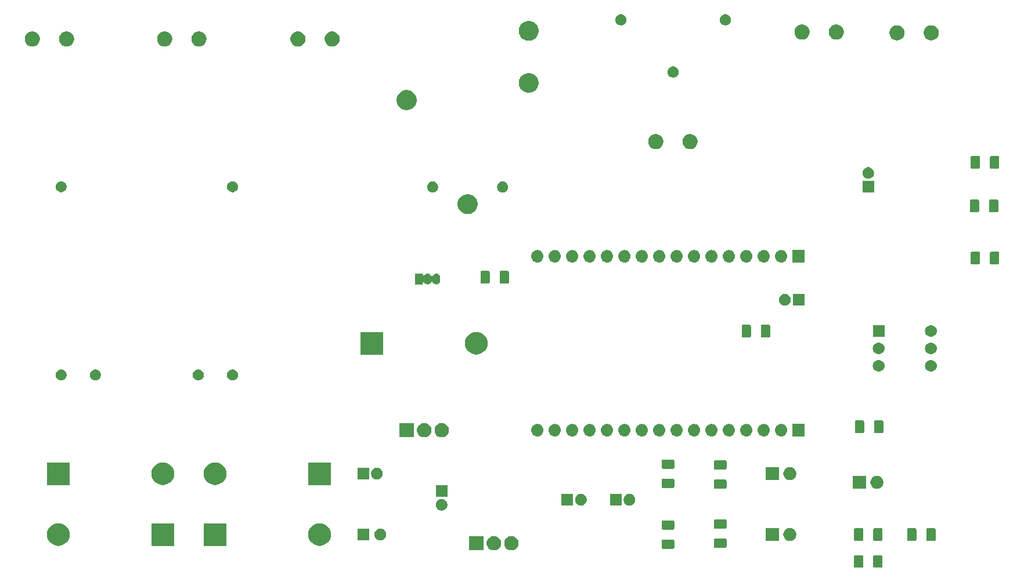
<source format=gbr>
G04 #@! TF.GenerationSoftware,KiCad,Pcbnew,(5.1.4)-1*
G04 #@! TF.CreationDate,2021-06-15T15:34:46+02:00*
G04 #@! TF.ProjectId,IOT SMART SWITCH,494f5420-534d-4415-9254-205357495443,1.0*
G04 #@! TF.SameCoordinates,Original*
G04 #@! TF.FileFunction,Soldermask,Top*
G04 #@! TF.FilePolarity,Negative*
%FSLAX46Y46*%
G04 Gerber Fmt 4.6, Leading zero omitted, Abs format (unit mm)*
G04 Created by KiCad (PCBNEW (5.1.4)-1) date 2021-06-15 15:34:46*
%MOMM*%
%LPD*%
G04 APERTURE LIST*
%ADD10C,0.100000*%
G04 APERTURE END LIST*
D10*
G36*
X202575604Y-121125347D02*
G01*
X202612144Y-121136432D01*
X202645821Y-121154433D01*
X202675341Y-121178659D01*
X202699567Y-121208179D01*
X202717568Y-121241856D01*
X202728653Y-121278396D01*
X202733000Y-121322538D01*
X202733000Y-122771462D01*
X202728653Y-122815604D01*
X202717568Y-122852144D01*
X202699567Y-122885821D01*
X202675341Y-122915341D01*
X202645821Y-122939567D01*
X202612144Y-122957568D01*
X202575604Y-122968653D01*
X202531462Y-122973000D01*
X201582538Y-122973000D01*
X201538396Y-122968653D01*
X201501856Y-122957568D01*
X201468179Y-122939567D01*
X201438659Y-122915341D01*
X201414433Y-122885821D01*
X201396432Y-122852144D01*
X201385347Y-122815604D01*
X201381000Y-122771462D01*
X201381000Y-121322538D01*
X201385347Y-121278396D01*
X201396432Y-121241856D01*
X201414433Y-121208179D01*
X201438659Y-121178659D01*
X201468179Y-121154433D01*
X201501856Y-121136432D01*
X201538396Y-121125347D01*
X201582538Y-121121000D01*
X202531462Y-121121000D01*
X202575604Y-121125347D01*
X202575604Y-121125347D01*
G37*
G36*
X199775604Y-121125347D02*
G01*
X199812144Y-121136432D01*
X199845821Y-121154433D01*
X199875341Y-121178659D01*
X199899567Y-121208179D01*
X199917568Y-121241856D01*
X199928653Y-121278396D01*
X199933000Y-121322538D01*
X199933000Y-122771462D01*
X199928653Y-122815604D01*
X199917568Y-122852144D01*
X199899567Y-122885821D01*
X199875341Y-122915341D01*
X199845821Y-122939567D01*
X199812144Y-122957568D01*
X199775604Y-122968653D01*
X199731462Y-122973000D01*
X198782538Y-122973000D01*
X198738396Y-122968653D01*
X198701856Y-122957568D01*
X198668179Y-122939567D01*
X198638659Y-122915341D01*
X198614433Y-122885821D01*
X198596432Y-122852144D01*
X198585347Y-122815604D01*
X198581000Y-122771462D01*
X198581000Y-121322538D01*
X198585347Y-121278396D01*
X198596432Y-121241856D01*
X198614433Y-121208179D01*
X198638659Y-121178659D01*
X198668179Y-121154433D01*
X198701856Y-121136432D01*
X198738396Y-121125347D01*
X198782538Y-121121000D01*
X199731462Y-121121000D01*
X199775604Y-121125347D01*
X199775604Y-121125347D01*
G37*
G36*
X148913647Y-118379004D02*
G01*
X149103097Y-118457477D01*
X149103098Y-118457478D01*
X149273599Y-118571402D01*
X149418598Y-118716401D01*
X149486719Y-118818352D01*
X149532523Y-118886903D01*
X149610996Y-119076353D01*
X149651000Y-119277469D01*
X149651000Y-119482531D01*
X149610996Y-119683647D01*
X149532523Y-119873097D01*
X149532522Y-119873098D01*
X149418598Y-120043599D01*
X149273599Y-120188598D01*
X149159674Y-120264719D01*
X149103097Y-120302523D01*
X148913647Y-120380996D01*
X148712531Y-120421000D01*
X148507469Y-120421000D01*
X148306353Y-120380996D01*
X148116903Y-120302523D01*
X148060326Y-120264719D01*
X147946401Y-120188598D01*
X147801402Y-120043599D01*
X147687478Y-119873098D01*
X147687477Y-119873097D01*
X147609004Y-119683647D01*
X147569000Y-119482531D01*
X147569000Y-119277469D01*
X147609004Y-119076353D01*
X147687477Y-118886903D01*
X147733281Y-118818352D01*
X147801402Y-118716401D01*
X147946401Y-118571402D01*
X148116902Y-118457478D01*
X148116903Y-118457477D01*
X148306353Y-118379004D01*
X148507469Y-118339000D01*
X148712531Y-118339000D01*
X148913647Y-118379004D01*
X148913647Y-118379004D01*
G37*
G36*
X146363647Y-118379004D02*
G01*
X146553097Y-118457477D01*
X146553098Y-118457478D01*
X146723599Y-118571402D01*
X146868598Y-118716401D01*
X146936719Y-118818352D01*
X146982523Y-118886903D01*
X147060996Y-119076353D01*
X147101000Y-119277469D01*
X147101000Y-119482531D01*
X147060996Y-119683647D01*
X146982523Y-119873097D01*
X146982522Y-119873098D01*
X146868598Y-120043599D01*
X146723599Y-120188598D01*
X146609674Y-120264719D01*
X146553097Y-120302523D01*
X146363647Y-120380996D01*
X146162531Y-120421000D01*
X145957469Y-120421000D01*
X145756353Y-120380996D01*
X145566903Y-120302523D01*
X145510326Y-120264719D01*
X145396401Y-120188598D01*
X145251402Y-120043599D01*
X145137478Y-119873098D01*
X145137477Y-119873097D01*
X145059004Y-119683647D01*
X145019000Y-119482531D01*
X145019000Y-119277469D01*
X145059004Y-119076353D01*
X145137477Y-118886903D01*
X145183281Y-118818352D01*
X145251402Y-118716401D01*
X145396401Y-118571402D01*
X145566902Y-118457478D01*
X145566903Y-118457477D01*
X145756353Y-118379004D01*
X145957469Y-118339000D01*
X146162531Y-118339000D01*
X146363647Y-118379004D01*
X146363647Y-118379004D01*
G37*
G36*
X144551000Y-120421000D02*
G01*
X142469000Y-120421000D01*
X142469000Y-118339000D01*
X144551000Y-118339000D01*
X144551000Y-120421000D01*
X144551000Y-120421000D01*
G37*
G36*
X172218604Y-118838347D02*
G01*
X172255144Y-118849432D01*
X172288821Y-118867433D01*
X172318341Y-118891659D01*
X172342567Y-118921179D01*
X172360568Y-118954856D01*
X172371653Y-118991396D01*
X172376000Y-119035538D01*
X172376000Y-119984462D01*
X172371653Y-120028604D01*
X172360568Y-120065144D01*
X172342567Y-120098821D01*
X172318341Y-120128341D01*
X172288821Y-120152567D01*
X172255144Y-120170568D01*
X172218604Y-120181653D01*
X172174462Y-120186000D01*
X170725538Y-120186000D01*
X170681396Y-120181653D01*
X170644856Y-120170568D01*
X170611179Y-120152567D01*
X170581659Y-120128341D01*
X170557433Y-120098821D01*
X170539432Y-120065144D01*
X170528347Y-120028604D01*
X170524000Y-119984462D01*
X170524000Y-119035538D01*
X170528347Y-118991396D01*
X170539432Y-118954856D01*
X170557433Y-118921179D01*
X170581659Y-118891659D01*
X170611179Y-118867433D01*
X170644856Y-118849432D01*
X170681396Y-118838347D01*
X170725538Y-118834000D01*
X172174462Y-118834000D01*
X172218604Y-118838347D01*
X172218604Y-118838347D01*
G37*
G36*
X179838604Y-118708347D02*
G01*
X179875144Y-118719432D01*
X179908821Y-118737433D01*
X179938341Y-118761659D01*
X179962567Y-118791179D01*
X179980568Y-118824856D01*
X179991653Y-118861396D01*
X179996000Y-118905538D01*
X179996000Y-119854462D01*
X179991653Y-119898604D01*
X179980568Y-119935144D01*
X179962567Y-119968821D01*
X179938341Y-119998341D01*
X179908821Y-120022567D01*
X179875144Y-120040568D01*
X179838604Y-120051653D01*
X179794462Y-120056000D01*
X178345538Y-120056000D01*
X178301396Y-120051653D01*
X178264856Y-120040568D01*
X178231179Y-120022567D01*
X178201659Y-119998341D01*
X178177433Y-119968821D01*
X178159432Y-119935144D01*
X178148347Y-119898604D01*
X178144000Y-119854462D01*
X178144000Y-118905538D01*
X178148347Y-118861396D01*
X178159432Y-118824856D01*
X178177433Y-118791179D01*
X178201659Y-118761659D01*
X178231179Y-118737433D01*
X178264856Y-118719432D01*
X178301396Y-118708347D01*
X178345538Y-118704000D01*
X179794462Y-118704000D01*
X179838604Y-118708347D01*
X179838604Y-118708347D01*
G37*
G36*
X120973651Y-116482888D02*
G01*
X121284870Y-116577296D01*
X121571680Y-116730599D01*
X121571683Y-116730601D01*
X121571684Y-116730602D01*
X121823082Y-116936918D01*
X122025856Y-117184000D01*
X122029401Y-117188320D01*
X122182704Y-117475130D01*
X122277112Y-117786349D01*
X122308988Y-118110000D01*
X122277112Y-118433651D01*
X122182704Y-118744870D01*
X122029401Y-119031680D01*
X122029399Y-119031683D01*
X122029398Y-119031684D01*
X121823082Y-119283082D01*
X121571684Y-119489398D01*
X121571680Y-119489401D01*
X121284870Y-119642704D01*
X120973651Y-119737112D01*
X120731107Y-119761000D01*
X120568893Y-119761000D01*
X120326349Y-119737112D01*
X120015130Y-119642704D01*
X119728320Y-119489401D01*
X119728316Y-119489398D01*
X119476918Y-119283082D01*
X119270602Y-119031684D01*
X119270601Y-119031683D01*
X119270599Y-119031680D01*
X119117296Y-118744870D01*
X119022888Y-118433651D01*
X118991012Y-118110000D01*
X119022888Y-117786349D01*
X119117296Y-117475130D01*
X119270599Y-117188320D01*
X119274144Y-117184000D01*
X119476918Y-116936918D01*
X119728316Y-116730602D01*
X119728317Y-116730601D01*
X119728320Y-116730599D01*
X120015130Y-116577296D01*
X120326349Y-116482888D01*
X120568893Y-116459000D01*
X120731107Y-116459000D01*
X120973651Y-116482888D01*
X120973651Y-116482888D01*
G37*
G36*
X107061000Y-119761000D02*
G01*
X103759000Y-119761000D01*
X103759000Y-116459000D01*
X107061000Y-116459000D01*
X107061000Y-119761000D01*
X107061000Y-119761000D01*
G37*
G36*
X99441000Y-119761000D02*
G01*
X96139000Y-119761000D01*
X96139000Y-116459000D01*
X99441000Y-116459000D01*
X99441000Y-119761000D01*
X99441000Y-119761000D01*
G37*
G36*
X82873651Y-116482888D02*
G01*
X83184870Y-116577296D01*
X83471680Y-116730599D01*
X83471683Y-116730601D01*
X83471684Y-116730602D01*
X83723082Y-116936918D01*
X83925856Y-117184000D01*
X83929401Y-117188320D01*
X84082704Y-117475130D01*
X84177112Y-117786349D01*
X84208988Y-118110000D01*
X84177112Y-118433651D01*
X84082704Y-118744870D01*
X83929401Y-119031680D01*
X83929399Y-119031683D01*
X83929398Y-119031684D01*
X83723082Y-119283082D01*
X83471684Y-119489398D01*
X83471680Y-119489401D01*
X83184870Y-119642704D01*
X82873651Y-119737112D01*
X82631107Y-119761000D01*
X82468893Y-119761000D01*
X82226349Y-119737112D01*
X81915130Y-119642704D01*
X81628320Y-119489401D01*
X81628316Y-119489398D01*
X81376918Y-119283082D01*
X81170602Y-119031684D01*
X81170601Y-119031683D01*
X81170599Y-119031680D01*
X81017296Y-118744870D01*
X80922888Y-118433651D01*
X80891012Y-118110000D01*
X80922888Y-117786349D01*
X81017296Y-117475130D01*
X81170599Y-117188320D01*
X81174144Y-117184000D01*
X81376918Y-116936918D01*
X81628316Y-116730602D01*
X81628317Y-116730601D01*
X81628320Y-116730599D01*
X81915130Y-116577296D01*
X82226349Y-116482888D01*
X82468893Y-116459000D01*
X82631107Y-116459000D01*
X82873651Y-116482888D01*
X82873651Y-116482888D01*
G37*
G36*
X187641000Y-119061000D02*
G01*
X185739000Y-119061000D01*
X185739000Y-117159000D01*
X187641000Y-117159000D01*
X187641000Y-119061000D01*
X187641000Y-119061000D01*
G37*
G36*
X189507395Y-117195546D02*
G01*
X189680466Y-117267234D01*
X189757818Y-117318919D01*
X189836227Y-117371310D01*
X189968690Y-117503773D01*
X190011284Y-117567520D01*
X190072766Y-117659534D01*
X190144454Y-117832605D01*
X190181000Y-118016333D01*
X190181000Y-118203667D01*
X190144454Y-118387395D01*
X190072766Y-118560466D01*
X190072765Y-118560467D01*
X189968690Y-118716227D01*
X189836227Y-118848690D01*
X189813092Y-118864148D01*
X189680466Y-118952766D01*
X189507395Y-119024454D01*
X189323667Y-119061000D01*
X189136333Y-119061000D01*
X188952605Y-119024454D01*
X188779534Y-118952766D01*
X188646908Y-118864148D01*
X188623773Y-118848690D01*
X188491310Y-118716227D01*
X188387235Y-118560467D01*
X188387234Y-118560466D01*
X188315546Y-118387395D01*
X188279000Y-118203667D01*
X188279000Y-118016333D01*
X188315546Y-117832605D01*
X188387234Y-117659534D01*
X188448716Y-117567520D01*
X188491310Y-117503773D01*
X188623773Y-117371310D01*
X188702182Y-117318919D01*
X188779534Y-117267234D01*
X188952605Y-117195546D01*
X189136333Y-117159000D01*
X189323667Y-117159000D01*
X189507395Y-117195546D01*
X189507395Y-117195546D01*
G37*
G36*
X210322604Y-117188347D02*
G01*
X210359144Y-117199432D01*
X210392821Y-117217433D01*
X210422341Y-117241659D01*
X210446567Y-117271179D01*
X210464568Y-117304856D01*
X210475653Y-117341396D01*
X210480000Y-117385538D01*
X210480000Y-118834462D01*
X210475653Y-118878604D01*
X210464568Y-118915144D01*
X210446567Y-118948821D01*
X210422341Y-118978341D01*
X210392821Y-119002567D01*
X210359144Y-119020568D01*
X210322604Y-119031653D01*
X210278462Y-119036000D01*
X209329538Y-119036000D01*
X209285396Y-119031653D01*
X209248856Y-119020568D01*
X209215179Y-119002567D01*
X209185659Y-118978341D01*
X209161433Y-118948821D01*
X209143432Y-118915144D01*
X209132347Y-118878604D01*
X209128000Y-118834462D01*
X209128000Y-117385538D01*
X209132347Y-117341396D01*
X209143432Y-117304856D01*
X209161433Y-117271179D01*
X209185659Y-117241659D01*
X209215179Y-117217433D01*
X209248856Y-117199432D01*
X209285396Y-117188347D01*
X209329538Y-117184000D01*
X210278462Y-117184000D01*
X210322604Y-117188347D01*
X210322604Y-117188347D01*
G37*
G36*
X207522604Y-117188347D02*
G01*
X207559144Y-117199432D01*
X207592821Y-117217433D01*
X207622341Y-117241659D01*
X207646567Y-117271179D01*
X207664568Y-117304856D01*
X207675653Y-117341396D01*
X207680000Y-117385538D01*
X207680000Y-118834462D01*
X207675653Y-118878604D01*
X207664568Y-118915144D01*
X207646567Y-118948821D01*
X207622341Y-118978341D01*
X207592821Y-119002567D01*
X207559144Y-119020568D01*
X207522604Y-119031653D01*
X207478462Y-119036000D01*
X206529538Y-119036000D01*
X206485396Y-119031653D01*
X206448856Y-119020568D01*
X206415179Y-119002567D01*
X206385659Y-118978341D01*
X206361433Y-118948821D01*
X206343432Y-118915144D01*
X206332347Y-118878604D01*
X206328000Y-118834462D01*
X206328000Y-117385538D01*
X206332347Y-117341396D01*
X206343432Y-117304856D01*
X206361433Y-117271179D01*
X206385659Y-117241659D01*
X206415179Y-117217433D01*
X206448856Y-117199432D01*
X206485396Y-117188347D01*
X206529538Y-117184000D01*
X207478462Y-117184000D01*
X207522604Y-117188347D01*
X207522604Y-117188347D01*
G37*
G36*
X199778604Y-117188347D02*
G01*
X199815144Y-117199432D01*
X199848821Y-117217433D01*
X199878341Y-117241659D01*
X199902567Y-117271179D01*
X199920568Y-117304856D01*
X199931653Y-117341396D01*
X199936000Y-117385538D01*
X199936000Y-118834462D01*
X199931653Y-118878604D01*
X199920568Y-118915144D01*
X199902567Y-118948821D01*
X199878341Y-118978341D01*
X199848821Y-119002567D01*
X199815144Y-119020568D01*
X199778604Y-119031653D01*
X199734462Y-119036000D01*
X198785538Y-119036000D01*
X198741396Y-119031653D01*
X198704856Y-119020568D01*
X198671179Y-119002567D01*
X198641659Y-118978341D01*
X198617433Y-118948821D01*
X198599432Y-118915144D01*
X198588347Y-118878604D01*
X198584000Y-118834462D01*
X198584000Y-117385538D01*
X198588347Y-117341396D01*
X198599432Y-117304856D01*
X198617433Y-117271179D01*
X198641659Y-117241659D01*
X198671179Y-117217433D01*
X198704856Y-117199432D01*
X198741396Y-117188347D01*
X198785538Y-117184000D01*
X199734462Y-117184000D01*
X199778604Y-117188347D01*
X199778604Y-117188347D01*
G37*
G36*
X202578604Y-117188347D02*
G01*
X202615144Y-117199432D01*
X202648821Y-117217433D01*
X202678341Y-117241659D01*
X202702567Y-117271179D01*
X202720568Y-117304856D01*
X202731653Y-117341396D01*
X202736000Y-117385538D01*
X202736000Y-118834462D01*
X202731653Y-118878604D01*
X202720568Y-118915144D01*
X202702567Y-118948821D01*
X202678341Y-118978341D01*
X202648821Y-119002567D01*
X202615144Y-119020568D01*
X202578604Y-119031653D01*
X202534462Y-119036000D01*
X201585538Y-119036000D01*
X201541396Y-119031653D01*
X201504856Y-119020568D01*
X201471179Y-119002567D01*
X201441659Y-118978341D01*
X201417433Y-118948821D01*
X201399432Y-118915144D01*
X201388347Y-118878604D01*
X201384000Y-118834462D01*
X201384000Y-117385538D01*
X201388347Y-117341396D01*
X201399432Y-117304856D01*
X201417433Y-117271179D01*
X201441659Y-117241659D01*
X201471179Y-117217433D01*
X201504856Y-117199432D01*
X201541396Y-117188347D01*
X201585538Y-117184000D01*
X202534462Y-117184000D01*
X202578604Y-117188347D01*
X202578604Y-117188347D01*
G37*
G36*
X129748228Y-117291703D02*
G01*
X129903100Y-117355853D01*
X130042481Y-117448985D01*
X130161015Y-117567519D01*
X130254147Y-117706900D01*
X130318297Y-117861772D01*
X130351000Y-118026184D01*
X130351000Y-118193816D01*
X130318297Y-118358228D01*
X130254147Y-118513100D01*
X130161015Y-118652481D01*
X130042481Y-118771015D01*
X129903100Y-118864147D01*
X129748228Y-118928297D01*
X129583816Y-118961000D01*
X129416184Y-118961000D01*
X129251772Y-118928297D01*
X129096900Y-118864147D01*
X128957519Y-118771015D01*
X128838985Y-118652481D01*
X128745853Y-118513100D01*
X128681703Y-118358228D01*
X128649000Y-118193816D01*
X128649000Y-118026184D01*
X128681703Y-117861772D01*
X128745853Y-117706900D01*
X128838985Y-117567519D01*
X128957519Y-117448985D01*
X129096900Y-117355853D01*
X129251772Y-117291703D01*
X129416184Y-117259000D01*
X129583816Y-117259000D01*
X129748228Y-117291703D01*
X129748228Y-117291703D01*
G37*
G36*
X127851000Y-118961000D02*
G01*
X126149000Y-118961000D01*
X126149000Y-117259000D01*
X127851000Y-117259000D01*
X127851000Y-118961000D01*
X127851000Y-118961000D01*
G37*
G36*
X172218604Y-116038347D02*
G01*
X172255144Y-116049432D01*
X172288821Y-116067433D01*
X172318341Y-116091659D01*
X172342567Y-116121179D01*
X172360568Y-116154856D01*
X172371653Y-116191396D01*
X172376000Y-116235538D01*
X172376000Y-117184462D01*
X172371653Y-117228604D01*
X172360568Y-117265144D01*
X172342567Y-117298821D01*
X172318341Y-117328341D01*
X172288821Y-117352567D01*
X172255144Y-117370568D01*
X172218604Y-117381653D01*
X172174462Y-117386000D01*
X170725538Y-117386000D01*
X170681396Y-117381653D01*
X170644856Y-117370568D01*
X170611179Y-117352567D01*
X170581659Y-117328341D01*
X170557433Y-117298821D01*
X170539432Y-117265144D01*
X170528347Y-117228604D01*
X170524000Y-117184462D01*
X170524000Y-116235538D01*
X170528347Y-116191396D01*
X170539432Y-116154856D01*
X170557433Y-116121179D01*
X170581659Y-116091659D01*
X170611179Y-116067433D01*
X170644856Y-116049432D01*
X170681396Y-116038347D01*
X170725538Y-116034000D01*
X172174462Y-116034000D01*
X172218604Y-116038347D01*
X172218604Y-116038347D01*
G37*
G36*
X179838604Y-115908347D02*
G01*
X179875144Y-115919432D01*
X179908821Y-115937433D01*
X179938341Y-115961659D01*
X179962567Y-115991179D01*
X179980568Y-116024856D01*
X179991653Y-116061396D01*
X179996000Y-116105538D01*
X179996000Y-117054462D01*
X179991653Y-117098604D01*
X179980568Y-117135144D01*
X179962567Y-117168821D01*
X179938341Y-117198341D01*
X179908821Y-117222567D01*
X179875144Y-117240568D01*
X179838604Y-117251653D01*
X179794462Y-117256000D01*
X178345538Y-117256000D01*
X178301396Y-117251653D01*
X178264856Y-117240568D01*
X178231179Y-117222567D01*
X178201659Y-117198341D01*
X178177433Y-117168821D01*
X178159432Y-117135144D01*
X178148347Y-117098604D01*
X178144000Y-117054462D01*
X178144000Y-116105538D01*
X178148347Y-116061396D01*
X178159432Y-116024856D01*
X178177433Y-115991179D01*
X178201659Y-115961659D01*
X178231179Y-115937433D01*
X178264856Y-115919432D01*
X178301396Y-115908347D01*
X178345538Y-115904000D01*
X179794462Y-115904000D01*
X179838604Y-115908347D01*
X179838604Y-115908347D01*
G37*
G36*
X138678228Y-112941703D02*
G01*
X138833100Y-113005853D01*
X138972481Y-113098985D01*
X139091015Y-113217519D01*
X139184147Y-113356900D01*
X139248297Y-113511772D01*
X139281000Y-113676184D01*
X139281000Y-113843816D01*
X139248297Y-114008228D01*
X139184147Y-114163100D01*
X139091015Y-114302481D01*
X138972481Y-114421015D01*
X138833100Y-114514147D01*
X138678228Y-114578297D01*
X138513816Y-114611000D01*
X138346184Y-114611000D01*
X138181772Y-114578297D01*
X138026900Y-114514147D01*
X137887519Y-114421015D01*
X137768985Y-114302481D01*
X137675853Y-114163100D01*
X137611703Y-114008228D01*
X137579000Y-113843816D01*
X137579000Y-113676184D01*
X137611703Y-113511772D01*
X137675853Y-113356900D01*
X137768985Y-113217519D01*
X137887519Y-113098985D01*
X138026900Y-113005853D01*
X138181772Y-112941703D01*
X138346184Y-112909000D01*
X138513816Y-112909000D01*
X138678228Y-112941703D01*
X138678228Y-112941703D01*
G37*
G36*
X166078228Y-112211703D02*
G01*
X166233100Y-112275853D01*
X166372481Y-112368985D01*
X166491015Y-112487519D01*
X166584147Y-112626900D01*
X166648297Y-112781772D01*
X166681000Y-112946184D01*
X166681000Y-113113816D01*
X166648297Y-113278228D01*
X166584147Y-113433100D01*
X166491015Y-113572481D01*
X166372481Y-113691015D01*
X166233100Y-113784147D01*
X166078228Y-113848297D01*
X165913816Y-113881000D01*
X165746184Y-113881000D01*
X165581772Y-113848297D01*
X165426900Y-113784147D01*
X165287519Y-113691015D01*
X165168985Y-113572481D01*
X165075853Y-113433100D01*
X165011703Y-113278228D01*
X164979000Y-113113816D01*
X164979000Y-112946184D01*
X165011703Y-112781772D01*
X165075853Y-112626900D01*
X165168985Y-112487519D01*
X165287519Y-112368985D01*
X165426900Y-112275853D01*
X165581772Y-112211703D01*
X165746184Y-112179000D01*
X165913816Y-112179000D01*
X166078228Y-112211703D01*
X166078228Y-112211703D01*
G37*
G36*
X164681000Y-113881000D02*
G01*
X162979000Y-113881000D01*
X162979000Y-112179000D01*
X164681000Y-112179000D01*
X164681000Y-113881000D01*
X164681000Y-113881000D01*
G37*
G36*
X158998228Y-112211703D02*
G01*
X159153100Y-112275853D01*
X159292481Y-112368985D01*
X159411015Y-112487519D01*
X159504147Y-112626900D01*
X159568297Y-112781772D01*
X159601000Y-112946184D01*
X159601000Y-113113816D01*
X159568297Y-113278228D01*
X159504147Y-113433100D01*
X159411015Y-113572481D01*
X159292481Y-113691015D01*
X159153100Y-113784147D01*
X158998228Y-113848297D01*
X158833816Y-113881000D01*
X158666184Y-113881000D01*
X158501772Y-113848297D01*
X158346900Y-113784147D01*
X158207519Y-113691015D01*
X158088985Y-113572481D01*
X157995853Y-113433100D01*
X157931703Y-113278228D01*
X157899000Y-113113816D01*
X157899000Y-112946184D01*
X157931703Y-112781772D01*
X157995853Y-112626900D01*
X158088985Y-112487519D01*
X158207519Y-112368985D01*
X158346900Y-112275853D01*
X158501772Y-112211703D01*
X158666184Y-112179000D01*
X158833816Y-112179000D01*
X158998228Y-112211703D01*
X158998228Y-112211703D01*
G37*
G36*
X157601000Y-113881000D02*
G01*
X155899000Y-113881000D01*
X155899000Y-112179000D01*
X157601000Y-112179000D01*
X157601000Y-113881000D01*
X157601000Y-113881000D01*
G37*
G36*
X139281000Y-112611000D02*
G01*
X137579000Y-112611000D01*
X137579000Y-110909000D01*
X139281000Y-110909000D01*
X139281000Y-112611000D01*
X139281000Y-112611000D01*
G37*
G36*
X202207395Y-109575546D02*
G01*
X202380466Y-109647234D01*
X202457818Y-109698919D01*
X202536227Y-109751310D01*
X202668690Y-109883773D01*
X202668691Y-109883775D01*
X202772766Y-110039534D01*
X202844454Y-110212605D01*
X202881000Y-110396333D01*
X202881000Y-110583667D01*
X202844454Y-110767395D01*
X202772766Y-110940466D01*
X202772765Y-110940467D01*
X202668690Y-111096227D01*
X202536227Y-111228690D01*
X202521783Y-111238341D01*
X202380466Y-111332766D01*
X202207395Y-111404454D01*
X202023667Y-111441000D01*
X201836333Y-111441000D01*
X201652605Y-111404454D01*
X201479534Y-111332766D01*
X201338217Y-111238341D01*
X201323773Y-111228690D01*
X201191310Y-111096227D01*
X201087235Y-110940467D01*
X201087234Y-110940466D01*
X201015546Y-110767395D01*
X200979000Y-110583667D01*
X200979000Y-110396333D01*
X201015546Y-110212605D01*
X201087234Y-110039534D01*
X201191309Y-109883775D01*
X201191310Y-109883773D01*
X201323773Y-109751310D01*
X201402182Y-109698919D01*
X201479534Y-109647234D01*
X201652605Y-109575546D01*
X201836333Y-109539000D01*
X202023667Y-109539000D01*
X202207395Y-109575546D01*
X202207395Y-109575546D01*
G37*
G36*
X200341000Y-111441000D02*
G01*
X198439000Y-111441000D01*
X198439000Y-109539000D01*
X200341000Y-109539000D01*
X200341000Y-111441000D01*
X200341000Y-111441000D01*
G37*
G36*
X179838604Y-110078347D02*
G01*
X179875144Y-110089432D01*
X179908821Y-110107433D01*
X179938341Y-110131659D01*
X179962567Y-110161179D01*
X179980568Y-110194856D01*
X179991653Y-110231396D01*
X179996000Y-110275538D01*
X179996000Y-111224462D01*
X179991653Y-111268604D01*
X179980568Y-111305144D01*
X179962567Y-111338821D01*
X179938341Y-111368341D01*
X179908821Y-111392567D01*
X179875144Y-111410568D01*
X179838604Y-111421653D01*
X179794462Y-111426000D01*
X178345538Y-111426000D01*
X178301396Y-111421653D01*
X178264856Y-111410568D01*
X178231179Y-111392567D01*
X178201659Y-111368341D01*
X178177433Y-111338821D01*
X178159432Y-111305144D01*
X178148347Y-111268604D01*
X178144000Y-111224462D01*
X178144000Y-110275538D01*
X178148347Y-110231396D01*
X178159432Y-110194856D01*
X178177433Y-110161179D01*
X178201659Y-110131659D01*
X178231179Y-110107433D01*
X178264856Y-110089432D01*
X178301396Y-110078347D01*
X178345538Y-110074000D01*
X179794462Y-110074000D01*
X179838604Y-110078347D01*
X179838604Y-110078347D01*
G37*
G36*
X172218604Y-109948347D02*
G01*
X172255144Y-109959432D01*
X172288821Y-109977433D01*
X172318341Y-110001659D01*
X172342567Y-110031179D01*
X172360568Y-110064856D01*
X172371653Y-110101396D01*
X172376000Y-110145538D01*
X172376000Y-111094462D01*
X172371653Y-111138604D01*
X172360568Y-111175144D01*
X172342567Y-111208821D01*
X172318341Y-111238341D01*
X172288821Y-111262567D01*
X172255144Y-111280568D01*
X172218604Y-111291653D01*
X172174462Y-111296000D01*
X170725538Y-111296000D01*
X170681396Y-111291653D01*
X170644856Y-111280568D01*
X170611179Y-111262567D01*
X170581659Y-111238341D01*
X170557433Y-111208821D01*
X170539432Y-111175144D01*
X170528347Y-111138604D01*
X170524000Y-111094462D01*
X170524000Y-110145538D01*
X170528347Y-110101396D01*
X170539432Y-110064856D01*
X170557433Y-110031179D01*
X170581659Y-110001659D01*
X170611179Y-109977433D01*
X170644856Y-109959432D01*
X170681396Y-109948347D01*
X170725538Y-109944000D01*
X172174462Y-109944000D01*
X172218604Y-109948347D01*
X172218604Y-109948347D01*
G37*
G36*
X98113651Y-107592888D02*
G01*
X98424870Y-107687296D01*
X98711680Y-107840599D01*
X98711683Y-107840601D01*
X98711684Y-107840602D01*
X98963082Y-108046918D01*
X99145339Y-108269000D01*
X99169401Y-108298320D01*
X99322704Y-108585130D01*
X99417112Y-108896349D01*
X99448988Y-109220000D01*
X99417112Y-109543651D01*
X99322704Y-109854870D01*
X99169401Y-110141680D01*
X99169399Y-110141683D01*
X99169398Y-110141684D01*
X98963082Y-110393082D01*
X98730852Y-110583667D01*
X98711680Y-110599401D01*
X98424870Y-110752704D01*
X98113651Y-110847112D01*
X97871107Y-110871000D01*
X97708893Y-110871000D01*
X97466349Y-110847112D01*
X97155130Y-110752704D01*
X96868320Y-110599401D01*
X96849148Y-110583667D01*
X96616918Y-110393082D01*
X96410602Y-110141684D01*
X96410601Y-110141683D01*
X96410599Y-110141680D01*
X96257296Y-109854870D01*
X96162888Y-109543651D01*
X96131012Y-109220000D01*
X96162888Y-108896349D01*
X96257296Y-108585130D01*
X96410599Y-108298320D01*
X96434661Y-108269000D01*
X96616918Y-108046918D01*
X96868316Y-107840602D01*
X96868317Y-107840601D01*
X96868320Y-107840599D01*
X97155130Y-107687296D01*
X97466349Y-107592888D01*
X97708893Y-107569000D01*
X97871107Y-107569000D01*
X98113651Y-107592888D01*
X98113651Y-107592888D01*
G37*
G36*
X84201000Y-110871000D02*
G01*
X80899000Y-110871000D01*
X80899000Y-107569000D01*
X84201000Y-107569000D01*
X84201000Y-110871000D01*
X84201000Y-110871000D01*
G37*
G36*
X105733651Y-107592888D02*
G01*
X106044870Y-107687296D01*
X106331680Y-107840599D01*
X106331683Y-107840601D01*
X106331684Y-107840602D01*
X106583082Y-108046918D01*
X106765339Y-108269000D01*
X106789401Y-108298320D01*
X106942704Y-108585130D01*
X107037112Y-108896349D01*
X107068988Y-109220000D01*
X107037112Y-109543651D01*
X106942704Y-109854870D01*
X106789401Y-110141680D01*
X106789399Y-110141683D01*
X106789398Y-110141684D01*
X106583082Y-110393082D01*
X106350852Y-110583667D01*
X106331680Y-110599401D01*
X106044870Y-110752704D01*
X105733651Y-110847112D01*
X105491107Y-110871000D01*
X105328893Y-110871000D01*
X105086349Y-110847112D01*
X104775130Y-110752704D01*
X104488320Y-110599401D01*
X104469148Y-110583667D01*
X104236918Y-110393082D01*
X104030602Y-110141684D01*
X104030601Y-110141683D01*
X104030599Y-110141680D01*
X103877296Y-109854870D01*
X103782888Y-109543651D01*
X103751012Y-109220000D01*
X103782888Y-108896349D01*
X103877296Y-108585130D01*
X104030599Y-108298320D01*
X104054661Y-108269000D01*
X104236918Y-108046918D01*
X104488316Y-107840602D01*
X104488317Y-107840601D01*
X104488320Y-107840599D01*
X104775130Y-107687296D01*
X105086349Y-107592888D01*
X105328893Y-107569000D01*
X105491107Y-107569000D01*
X105733651Y-107592888D01*
X105733651Y-107592888D01*
G37*
G36*
X122301000Y-110871000D02*
G01*
X118999000Y-110871000D01*
X118999000Y-107569000D01*
X122301000Y-107569000D01*
X122301000Y-110871000D01*
X122301000Y-110871000D01*
G37*
G36*
X189507395Y-108305546D02*
G01*
X189680466Y-108377234D01*
X189751148Y-108424462D01*
X189836227Y-108481310D01*
X189968690Y-108613773D01*
X190011284Y-108677520D01*
X190072766Y-108769534D01*
X190144454Y-108942605D01*
X190181000Y-109126333D01*
X190181000Y-109313667D01*
X190144454Y-109497395D01*
X190072766Y-109670466D01*
X190072765Y-109670467D01*
X189968690Y-109826227D01*
X189836227Y-109958690D01*
X189813092Y-109974148D01*
X189680466Y-110062766D01*
X189507395Y-110134454D01*
X189323667Y-110171000D01*
X189136333Y-110171000D01*
X188952605Y-110134454D01*
X188779534Y-110062766D01*
X188646908Y-109974148D01*
X188623773Y-109958690D01*
X188491310Y-109826227D01*
X188387235Y-109670467D01*
X188387234Y-109670466D01*
X188315546Y-109497395D01*
X188279000Y-109313667D01*
X188279000Y-109126333D01*
X188315546Y-108942605D01*
X188387234Y-108769534D01*
X188448716Y-108677520D01*
X188491310Y-108613773D01*
X188623773Y-108481310D01*
X188708852Y-108424462D01*
X188779534Y-108377234D01*
X188952605Y-108305546D01*
X189136333Y-108269000D01*
X189323667Y-108269000D01*
X189507395Y-108305546D01*
X189507395Y-108305546D01*
G37*
G36*
X187641000Y-110171000D02*
G01*
X185739000Y-110171000D01*
X185739000Y-108269000D01*
X187641000Y-108269000D01*
X187641000Y-110171000D01*
X187641000Y-110171000D01*
G37*
G36*
X129248228Y-108401703D02*
G01*
X129403100Y-108465853D01*
X129542481Y-108558985D01*
X129661015Y-108677519D01*
X129754147Y-108816900D01*
X129818297Y-108971772D01*
X129851000Y-109136184D01*
X129851000Y-109303816D01*
X129818297Y-109468228D01*
X129754147Y-109623100D01*
X129661015Y-109762481D01*
X129542481Y-109881015D01*
X129403100Y-109974147D01*
X129248228Y-110038297D01*
X129083816Y-110071000D01*
X128916184Y-110071000D01*
X128751772Y-110038297D01*
X128596900Y-109974147D01*
X128457519Y-109881015D01*
X128338985Y-109762481D01*
X128245853Y-109623100D01*
X128181703Y-109468228D01*
X128149000Y-109303816D01*
X128149000Y-109136184D01*
X128181703Y-108971772D01*
X128245853Y-108816900D01*
X128338985Y-108677519D01*
X128457519Y-108558985D01*
X128596900Y-108465853D01*
X128751772Y-108401703D01*
X128916184Y-108369000D01*
X129083816Y-108369000D01*
X129248228Y-108401703D01*
X129248228Y-108401703D01*
G37*
G36*
X127851000Y-110071000D02*
G01*
X126149000Y-110071000D01*
X126149000Y-108369000D01*
X127851000Y-108369000D01*
X127851000Y-110071000D01*
X127851000Y-110071000D01*
G37*
G36*
X179838604Y-107278347D02*
G01*
X179875144Y-107289432D01*
X179908821Y-107307433D01*
X179938341Y-107331659D01*
X179962567Y-107361179D01*
X179980568Y-107394856D01*
X179991653Y-107431396D01*
X179996000Y-107475538D01*
X179996000Y-108424462D01*
X179991653Y-108468604D01*
X179980568Y-108505144D01*
X179962567Y-108538821D01*
X179938341Y-108568341D01*
X179908821Y-108592567D01*
X179875144Y-108610568D01*
X179838604Y-108621653D01*
X179794462Y-108626000D01*
X178345538Y-108626000D01*
X178301396Y-108621653D01*
X178264856Y-108610568D01*
X178231179Y-108592567D01*
X178201659Y-108568341D01*
X178177433Y-108538821D01*
X178159432Y-108505144D01*
X178148347Y-108468604D01*
X178144000Y-108424462D01*
X178144000Y-107475538D01*
X178148347Y-107431396D01*
X178159432Y-107394856D01*
X178177433Y-107361179D01*
X178201659Y-107331659D01*
X178231179Y-107307433D01*
X178264856Y-107289432D01*
X178301396Y-107278347D01*
X178345538Y-107274000D01*
X179794462Y-107274000D01*
X179838604Y-107278347D01*
X179838604Y-107278347D01*
G37*
G36*
X172218604Y-107148347D02*
G01*
X172255144Y-107159432D01*
X172288821Y-107177433D01*
X172318341Y-107201659D01*
X172342567Y-107231179D01*
X172360568Y-107264856D01*
X172371653Y-107301396D01*
X172376000Y-107345538D01*
X172376000Y-108294462D01*
X172371653Y-108338604D01*
X172360568Y-108375144D01*
X172342567Y-108408821D01*
X172318341Y-108438341D01*
X172288821Y-108462567D01*
X172255144Y-108480568D01*
X172218604Y-108491653D01*
X172174462Y-108496000D01*
X170725538Y-108496000D01*
X170681396Y-108491653D01*
X170644856Y-108480568D01*
X170611179Y-108462567D01*
X170581659Y-108438341D01*
X170557433Y-108408821D01*
X170539432Y-108375144D01*
X170528347Y-108338604D01*
X170524000Y-108294462D01*
X170524000Y-107345538D01*
X170528347Y-107301396D01*
X170539432Y-107264856D01*
X170557433Y-107231179D01*
X170581659Y-107201659D01*
X170611179Y-107177433D01*
X170644856Y-107159432D01*
X170681396Y-107148347D01*
X170725538Y-107144000D01*
X172174462Y-107144000D01*
X172218604Y-107148347D01*
X172218604Y-107148347D01*
G37*
G36*
X134391000Y-103911000D02*
G01*
X132309000Y-103911000D01*
X132309000Y-101829000D01*
X134391000Y-101829000D01*
X134391000Y-103911000D01*
X134391000Y-103911000D01*
G37*
G36*
X138753647Y-101869004D02*
G01*
X138943097Y-101947477D01*
X138943098Y-101947478D01*
X139113599Y-102061402D01*
X139258598Y-102206401D01*
X139334719Y-102320326D01*
X139372523Y-102376903D01*
X139450996Y-102566353D01*
X139491000Y-102767469D01*
X139491000Y-102972531D01*
X139450996Y-103173647D01*
X139372523Y-103363097D01*
X139372522Y-103363098D01*
X139258598Y-103533599D01*
X139113599Y-103678598D01*
X138999674Y-103754720D01*
X138943097Y-103792523D01*
X138753647Y-103870996D01*
X138552531Y-103911000D01*
X138347469Y-103911000D01*
X138146353Y-103870996D01*
X137956903Y-103792523D01*
X137900326Y-103754719D01*
X137786401Y-103678598D01*
X137641402Y-103533599D01*
X137527478Y-103363098D01*
X137527477Y-103363097D01*
X137449004Y-103173647D01*
X137409000Y-102972531D01*
X137409000Y-102767469D01*
X137449004Y-102566353D01*
X137527477Y-102376903D01*
X137565281Y-102320326D01*
X137641402Y-102206401D01*
X137786401Y-102061402D01*
X137956902Y-101947478D01*
X137956903Y-101947477D01*
X138146353Y-101869004D01*
X138347469Y-101829000D01*
X138552531Y-101829000D01*
X138753647Y-101869004D01*
X138753647Y-101869004D01*
G37*
G36*
X136203647Y-101869004D02*
G01*
X136393097Y-101947477D01*
X136393098Y-101947478D01*
X136563599Y-102061402D01*
X136708598Y-102206401D01*
X136784719Y-102320326D01*
X136822523Y-102376903D01*
X136900996Y-102566353D01*
X136941000Y-102767469D01*
X136941000Y-102972531D01*
X136900996Y-103173647D01*
X136822523Y-103363097D01*
X136822522Y-103363098D01*
X136708598Y-103533599D01*
X136563599Y-103678598D01*
X136449674Y-103754720D01*
X136393097Y-103792523D01*
X136203647Y-103870996D01*
X136002531Y-103911000D01*
X135797469Y-103911000D01*
X135596353Y-103870996D01*
X135406903Y-103792523D01*
X135350326Y-103754719D01*
X135236401Y-103678598D01*
X135091402Y-103533599D01*
X134977478Y-103363098D01*
X134977477Y-103363097D01*
X134899004Y-103173647D01*
X134859000Y-102972531D01*
X134859000Y-102767469D01*
X134899004Y-102566353D01*
X134977477Y-102376903D01*
X135015281Y-102320326D01*
X135091402Y-102206401D01*
X135236401Y-102061402D01*
X135406902Y-101947478D01*
X135406903Y-101947477D01*
X135596353Y-101869004D01*
X135797469Y-101829000D01*
X136002531Y-101829000D01*
X136203647Y-101869004D01*
X136203647Y-101869004D01*
G37*
G36*
X175370442Y-101975518D02*
G01*
X175436627Y-101982037D01*
X175606466Y-102033557D01*
X175762991Y-102117222D01*
X175798729Y-102146552D01*
X175900186Y-102229814D01*
X175983448Y-102331271D01*
X176012778Y-102367009D01*
X176096443Y-102523534D01*
X176147963Y-102693373D01*
X176165359Y-102870000D01*
X176147963Y-103046627D01*
X176096443Y-103216466D01*
X176012778Y-103372991D01*
X175983448Y-103408729D01*
X175900186Y-103510186D01*
X175798729Y-103593448D01*
X175762991Y-103622778D01*
X175606466Y-103706443D01*
X175436627Y-103757963D01*
X175370443Y-103764481D01*
X175304260Y-103771000D01*
X175215740Y-103771000D01*
X175149557Y-103764481D01*
X175083373Y-103757963D01*
X174913534Y-103706443D01*
X174757009Y-103622778D01*
X174721271Y-103593448D01*
X174619814Y-103510186D01*
X174536552Y-103408729D01*
X174507222Y-103372991D01*
X174423557Y-103216466D01*
X174372037Y-103046627D01*
X174354641Y-102870000D01*
X174372037Y-102693373D01*
X174423557Y-102523534D01*
X174507222Y-102367009D01*
X174536552Y-102331271D01*
X174619814Y-102229814D01*
X174721271Y-102146552D01*
X174757009Y-102117222D01*
X174913534Y-102033557D01*
X175083373Y-101982037D01*
X175149558Y-101975518D01*
X175215740Y-101969000D01*
X175304260Y-101969000D01*
X175370442Y-101975518D01*
X175370442Y-101975518D01*
G37*
G36*
X188070442Y-101975518D02*
G01*
X188136627Y-101982037D01*
X188306466Y-102033557D01*
X188462991Y-102117222D01*
X188498729Y-102146552D01*
X188600186Y-102229814D01*
X188683448Y-102331271D01*
X188712778Y-102367009D01*
X188796443Y-102523534D01*
X188847963Y-102693373D01*
X188865359Y-102870000D01*
X188847963Y-103046627D01*
X188796443Y-103216466D01*
X188712778Y-103372991D01*
X188683448Y-103408729D01*
X188600186Y-103510186D01*
X188498729Y-103593448D01*
X188462991Y-103622778D01*
X188306466Y-103706443D01*
X188136627Y-103757963D01*
X188070443Y-103764481D01*
X188004260Y-103771000D01*
X187915740Y-103771000D01*
X187849557Y-103764481D01*
X187783373Y-103757963D01*
X187613534Y-103706443D01*
X187457009Y-103622778D01*
X187421271Y-103593448D01*
X187319814Y-103510186D01*
X187236552Y-103408729D01*
X187207222Y-103372991D01*
X187123557Y-103216466D01*
X187072037Y-103046627D01*
X187054641Y-102870000D01*
X187072037Y-102693373D01*
X187123557Y-102523534D01*
X187207222Y-102367009D01*
X187236552Y-102331271D01*
X187319814Y-102229814D01*
X187421271Y-102146552D01*
X187457009Y-102117222D01*
X187613534Y-102033557D01*
X187783373Y-101982037D01*
X187849558Y-101975518D01*
X187915740Y-101969000D01*
X188004260Y-101969000D01*
X188070442Y-101975518D01*
X188070442Y-101975518D01*
G37*
G36*
X152510442Y-101975518D02*
G01*
X152576627Y-101982037D01*
X152746466Y-102033557D01*
X152902991Y-102117222D01*
X152938729Y-102146552D01*
X153040186Y-102229814D01*
X153123448Y-102331271D01*
X153152778Y-102367009D01*
X153236443Y-102523534D01*
X153287963Y-102693373D01*
X153305359Y-102870000D01*
X153287963Y-103046627D01*
X153236443Y-103216466D01*
X153152778Y-103372991D01*
X153123448Y-103408729D01*
X153040186Y-103510186D01*
X152938729Y-103593448D01*
X152902991Y-103622778D01*
X152746466Y-103706443D01*
X152576627Y-103757963D01*
X152510443Y-103764481D01*
X152444260Y-103771000D01*
X152355740Y-103771000D01*
X152289557Y-103764481D01*
X152223373Y-103757963D01*
X152053534Y-103706443D01*
X151897009Y-103622778D01*
X151861271Y-103593448D01*
X151759814Y-103510186D01*
X151676552Y-103408729D01*
X151647222Y-103372991D01*
X151563557Y-103216466D01*
X151512037Y-103046627D01*
X151494641Y-102870000D01*
X151512037Y-102693373D01*
X151563557Y-102523534D01*
X151647222Y-102367009D01*
X151676552Y-102331271D01*
X151759814Y-102229814D01*
X151861271Y-102146552D01*
X151897009Y-102117222D01*
X152053534Y-102033557D01*
X152223373Y-101982037D01*
X152289558Y-101975518D01*
X152355740Y-101969000D01*
X152444260Y-101969000D01*
X152510442Y-101975518D01*
X152510442Y-101975518D01*
G37*
G36*
X155050442Y-101975518D02*
G01*
X155116627Y-101982037D01*
X155286466Y-102033557D01*
X155442991Y-102117222D01*
X155478729Y-102146552D01*
X155580186Y-102229814D01*
X155663448Y-102331271D01*
X155692778Y-102367009D01*
X155776443Y-102523534D01*
X155827963Y-102693373D01*
X155845359Y-102870000D01*
X155827963Y-103046627D01*
X155776443Y-103216466D01*
X155692778Y-103372991D01*
X155663448Y-103408729D01*
X155580186Y-103510186D01*
X155478729Y-103593448D01*
X155442991Y-103622778D01*
X155286466Y-103706443D01*
X155116627Y-103757963D01*
X155050443Y-103764481D01*
X154984260Y-103771000D01*
X154895740Y-103771000D01*
X154829557Y-103764481D01*
X154763373Y-103757963D01*
X154593534Y-103706443D01*
X154437009Y-103622778D01*
X154401271Y-103593448D01*
X154299814Y-103510186D01*
X154216552Y-103408729D01*
X154187222Y-103372991D01*
X154103557Y-103216466D01*
X154052037Y-103046627D01*
X154034641Y-102870000D01*
X154052037Y-102693373D01*
X154103557Y-102523534D01*
X154187222Y-102367009D01*
X154216552Y-102331271D01*
X154299814Y-102229814D01*
X154401271Y-102146552D01*
X154437009Y-102117222D01*
X154593534Y-102033557D01*
X154763373Y-101982037D01*
X154829558Y-101975518D01*
X154895740Y-101969000D01*
X154984260Y-101969000D01*
X155050442Y-101975518D01*
X155050442Y-101975518D01*
G37*
G36*
X157590442Y-101975518D02*
G01*
X157656627Y-101982037D01*
X157826466Y-102033557D01*
X157982991Y-102117222D01*
X158018729Y-102146552D01*
X158120186Y-102229814D01*
X158203448Y-102331271D01*
X158232778Y-102367009D01*
X158316443Y-102523534D01*
X158367963Y-102693373D01*
X158385359Y-102870000D01*
X158367963Y-103046627D01*
X158316443Y-103216466D01*
X158232778Y-103372991D01*
X158203448Y-103408729D01*
X158120186Y-103510186D01*
X158018729Y-103593448D01*
X157982991Y-103622778D01*
X157826466Y-103706443D01*
X157656627Y-103757963D01*
X157590443Y-103764481D01*
X157524260Y-103771000D01*
X157435740Y-103771000D01*
X157369557Y-103764481D01*
X157303373Y-103757963D01*
X157133534Y-103706443D01*
X156977009Y-103622778D01*
X156941271Y-103593448D01*
X156839814Y-103510186D01*
X156756552Y-103408729D01*
X156727222Y-103372991D01*
X156643557Y-103216466D01*
X156592037Y-103046627D01*
X156574641Y-102870000D01*
X156592037Y-102693373D01*
X156643557Y-102523534D01*
X156727222Y-102367009D01*
X156756552Y-102331271D01*
X156839814Y-102229814D01*
X156941271Y-102146552D01*
X156977009Y-102117222D01*
X157133534Y-102033557D01*
X157303373Y-101982037D01*
X157369558Y-101975518D01*
X157435740Y-101969000D01*
X157524260Y-101969000D01*
X157590442Y-101975518D01*
X157590442Y-101975518D01*
G37*
G36*
X160130442Y-101975518D02*
G01*
X160196627Y-101982037D01*
X160366466Y-102033557D01*
X160522991Y-102117222D01*
X160558729Y-102146552D01*
X160660186Y-102229814D01*
X160743448Y-102331271D01*
X160772778Y-102367009D01*
X160856443Y-102523534D01*
X160907963Y-102693373D01*
X160925359Y-102870000D01*
X160907963Y-103046627D01*
X160856443Y-103216466D01*
X160772778Y-103372991D01*
X160743448Y-103408729D01*
X160660186Y-103510186D01*
X160558729Y-103593448D01*
X160522991Y-103622778D01*
X160366466Y-103706443D01*
X160196627Y-103757963D01*
X160130443Y-103764481D01*
X160064260Y-103771000D01*
X159975740Y-103771000D01*
X159909557Y-103764481D01*
X159843373Y-103757963D01*
X159673534Y-103706443D01*
X159517009Y-103622778D01*
X159481271Y-103593448D01*
X159379814Y-103510186D01*
X159296552Y-103408729D01*
X159267222Y-103372991D01*
X159183557Y-103216466D01*
X159132037Y-103046627D01*
X159114641Y-102870000D01*
X159132037Y-102693373D01*
X159183557Y-102523534D01*
X159267222Y-102367009D01*
X159296552Y-102331271D01*
X159379814Y-102229814D01*
X159481271Y-102146552D01*
X159517009Y-102117222D01*
X159673534Y-102033557D01*
X159843373Y-101982037D01*
X159909558Y-101975518D01*
X159975740Y-101969000D01*
X160064260Y-101969000D01*
X160130442Y-101975518D01*
X160130442Y-101975518D01*
G37*
G36*
X162670442Y-101975518D02*
G01*
X162736627Y-101982037D01*
X162906466Y-102033557D01*
X163062991Y-102117222D01*
X163098729Y-102146552D01*
X163200186Y-102229814D01*
X163283448Y-102331271D01*
X163312778Y-102367009D01*
X163396443Y-102523534D01*
X163447963Y-102693373D01*
X163465359Y-102870000D01*
X163447963Y-103046627D01*
X163396443Y-103216466D01*
X163312778Y-103372991D01*
X163283448Y-103408729D01*
X163200186Y-103510186D01*
X163098729Y-103593448D01*
X163062991Y-103622778D01*
X162906466Y-103706443D01*
X162736627Y-103757963D01*
X162670443Y-103764481D01*
X162604260Y-103771000D01*
X162515740Y-103771000D01*
X162449557Y-103764481D01*
X162383373Y-103757963D01*
X162213534Y-103706443D01*
X162057009Y-103622778D01*
X162021271Y-103593448D01*
X161919814Y-103510186D01*
X161836552Y-103408729D01*
X161807222Y-103372991D01*
X161723557Y-103216466D01*
X161672037Y-103046627D01*
X161654641Y-102870000D01*
X161672037Y-102693373D01*
X161723557Y-102523534D01*
X161807222Y-102367009D01*
X161836552Y-102331271D01*
X161919814Y-102229814D01*
X162021271Y-102146552D01*
X162057009Y-102117222D01*
X162213534Y-102033557D01*
X162383373Y-101982037D01*
X162449558Y-101975518D01*
X162515740Y-101969000D01*
X162604260Y-101969000D01*
X162670442Y-101975518D01*
X162670442Y-101975518D01*
G37*
G36*
X165210442Y-101975518D02*
G01*
X165276627Y-101982037D01*
X165446466Y-102033557D01*
X165602991Y-102117222D01*
X165638729Y-102146552D01*
X165740186Y-102229814D01*
X165823448Y-102331271D01*
X165852778Y-102367009D01*
X165936443Y-102523534D01*
X165987963Y-102693373D01*
X166005359Y-102870000D01*
X165987963Y-103046627D01*
X165936443Y-103216466D01*
X165852778Y-103372991D01*
X165823448Y-103408729D01*
X165740186Y-103510186D01*
X165638729Y-103593448D01*
X165602991Y-103622778D01*
X165446466Y-103706443D01*
X165276627Y-103757963D01*
X165210443Y-103764481D01*
X165144260Y-103771000D01*
X165055740Y-103771000D01*
X164989557Y-103764481D01*
X164923373Y-103757963D01*
X164753534Y-103706443D01*
X164597009Y-103622778D01*
X164561271Y-103593448D01*
X164459814Y-103510186D01*
X164376552Y-103408729D01*
X164347222Y-103372991D01*
X164263557Y-103216466D01*
X164212037Y-103046627D01*
X164194641Y-102870000D01*
X164212037Y-102693373D01*
X164263557Y-102523534D01*
X164347222Y-102367009D01*
X164376552Y-102331271D01*
X164459814Y-102229814D01*
X164561271Y-102146552D01*
X164597009Y-102117222D01*
X164753534Y-102033557D01*
X164923373Y-101982037D01*
X164989558Y-101975518D01*
X165055740Y-101969000D01*
X165144260Y-101969000D01*
X165210442Y-101975518D01*
X165210442Y-101975518D01*
G37*
G36*
X167750442Y-101975518D02*
G01*
X167816627Y-101982037D01*
X167986466Y-102033557D01*
X168142991Y-102117222D01*
X168178729Y-102146552D01*
X168280186Y-102229814D01*
X168363448Y-102331271D01*
X168392778Y-102367009D01*
X168476443Y-102523534D01*
X168527963Y-102693373D01*
X168545359Y-102870000D01*
X168527963Y-103046627D01*
X168476443Y-103216466D01*
X168392778Y-103372991D01*
X168363448Y-103408729D01*
X168280186Y-103510186D01*
X168178729Y-103593448D01*
X168142991Y-103622778D01*
X167986466Y-103706443D01*
X167816627Y-103757963D01*
X167750443Y-103764481D01*
X167684260Y-103771000D01*
X167595740Y-103771000D01*
X167529557Y-103764481D01*
X167463373Y-103757963D01*
X167293534Y-103706443D01*
X167137009Y-103622778D01*
X167101271Y-103593448D01*
X166999814Y-103510186D01*
X166916552Y-103408729D01*
X166887222Y-103372991D01*
X166803557Y-103216466D01*
X166752037Y-103046627D01*
X166734641Y-102870000D01*
X166752037Y-102693373D01*
X166803557Y-102523534D01*
X166887222Y-102367009D01*
X166916552Y-102331271D01*
X166999814Y-102229814D01*
X167101271Y-102146552D01*
X167137009Y-102117222D01*
X167293534Y-102033557D01*
X167463373Y-101982037D01*
X167529558Y-101975518D01*
X167595740Y-101969000D01*
X167684260Y-101969000D01*
X167750442Y-101975518D01*
X167750442Y-101975518D01*
G37*
G36*
X172830442Y-101975518D02*
G01*
X172896627Y-101982037D01*
X173066466Y-102033557D01*
X173222991Y-102117222D01*
X173258729Y-102146552D01*
X173360186Y-102229814D01*
X173443448Y-102331271D01*
X173472778Y-102367009D01*
X173556443Y-102523534D01*
X173607963Y-102693373D01*
X173625359Y-102870000D01*
X173607963Y-103046627D01*
X173556443Y-103216466D01*
X173472778Y-103372991D01*
X173443448Y-103408729D01*
X173360186Y-103510186D01*
X173258729Y-103593448D01*
X173222991Y-103622778D01*
X173066466Y-103706443D01*
X172896627Y-103757963D01*
X172830443Y-103764481D01*
X172764260Y-103771000D01*
X172675740Y-103771000D01*
X172609557Y-103764481D01*
X172543373Y-103757963D01*
X172373534Y-103706443D01*
X172217009Y-103622778D01*
X172181271Y-103593448D01*
X172079814Y-103510186D01*
X171996552Y-103408729D01*
X171967222Y-103372991D01*
X171883557Y-103216466D01*
X171832037Y-103046627D01*
X171814641Y-102870000D01*
X171832037Y-102693373D01*
X171883557Y-102523534D01*
X171967222Y-102367009D01*
X171996552Y-102331271D01*
X172079814Y-102229814D01*
X172181271Y-102146552D01*
X172217009Y-102117222D01*
X172373534Y-102033557D01*
X172543373Y-101982037D01*
X172609558Y-101975518D01*
X172675740Y-101969000D01*
X172764260Y-101969000D01*
X172830442Y-101975518D01*
X172830442Y-101975518D01*
G37*
G36*
X177910442Y-101975518D02*
G01*
X177976627Y-101982037D01*
X178146466Y-102033557D01*
X178302991Y-102117222D01*
X178338729Y-102146552D01*
X178440186Y-102229814D01*
X178523448Y-102331271D01*
X178552778Y-102367009D01*
X178636443Y-102523534D01*
X178687963Y-102693373D01*
X178705359Y-102870000D01*
X178687963Y-103046627D01*
X178636443Y-103216466D01*
X178552778Y-103372991D01*
X178523448Y-103408729D01*
X178440186Y-103510186D01*
X178338729Y-103593448D01*
X178302991Y-103622778D01*
X178146466Y-103706443D01*
X177976627Y-103757963D01*
X177910443Y-103764481D01*
X177844260Y-103771000D01*
X177755740Y-103771000D01*
X177689557Y-103764481D01*
X177623373Y-103757963D01*
X177453534Y-103706443D01*
X177297009Y-103622778D01*
X177261271Y-103593448D01*
X177159814Y-103510186D01*
X177076552Y-103408729D01*
X177047222Y-103372991D01*
X176963557Y-103216466D01*
X176912037Y-103046627D01*
X176894641Y-102870000D01*
X176912037Y-102693373D01*
X176963557Y-102523534D01*
X177047222Y-102367009D01*
X177076552Y-102331271D01*
X177159814Y-102229814D01*
X177261271Y-102146552D01*
X177297009Y-102117222D01*
X177453534Y-102033557D01*
X177623373Y-101982037D01*
X177689558Y-101975518D01*
X177755740Y-101969000D01*
X177844260Y-101969000D01*
X177910442Y-101975518D01*
X177910442Y-101975518D01*
G37*
G36*
X180450442Y-101975518D02*
G01*
X180516627Y-101982037D01*
X180686466Y-102033557D01*
X180842991Y-102117222D01*
X180878729Y-102146552D01*
X180980186Y-102229814D01*
X181063448Y-102331271D01*
X181092778Y-102367009D01*
X181176443Y-102523534D01*
X181227963Y-102693373D01*
X181245359Y-102870000D01*
X181227963Y-103046627D01*
X181176443Y-103216466D01*
X181092778Y-103372991D01*
X181063448Y-103408729D01*
X180980186Y-103510186D01*
X180878729Y-103593448D01*
X180842991Y-103622778D01*
X180686466Y-103706443D01*
X180516627Y-103757963D01*
X180450443Y-103764481D01*
X180384260Y-103771000D01*
X180295740Y-103771000D01*
X180229557Y-103764481D01*
X180163373Y-103757963D01*
X179993534Y-103706443D01*
X179837009Y-103622778D01*
X179801271Y-103593448D01*
X179699814Y-103510186D01*
X179616552Y-103408729D01*
X179587222Y-103372991D01*
X179503557Y-103216466D01*
X179452037Y-103046627D01*
X179434641Y-102870000D01*
X179452037Y-102693373D01*
X179503557Y-102523534D01*
X179587222Y-102367009D01*
X179616552Y-102331271D01*
X179699814Y-102229814D01*
X179801271Y-102146552D01*
X179837009Y-102117222D01*
X179993534Y-102033557D01*
X180163373Y-101982037D01*
X180229558Y-101975518D01*
X180295740Y-101969000D01*
X180384260Y-101969000D01*
X180450442Y-101975518D01*
X180450442Y-101975518D01*
G37*
G36*
X182990442Y-101975518D02*
G01*
X183056627Y-101982037D01*
X183226466Y-102033557D01*
X183382991Y-102117222D01*
X183418729Y-102146552D01*
X183520186Y-102229814D01*
X183603448Y-102331271D01*
X183632778Y-102367009D01*
X183716443Y-102523534D01*
X183767963Y-102693373D01*
X183785359Y-102870000D01*
X183767963Y-103046627D01*
X183716443Y-103216466D01*
X183632778Y-103372991D01*
X183603448Y-103408729D01*
X183520186Y-103510186D01*
X183418729Y-103593448D01*
X183382991Y-103622778D01*
X183226466Y-103706443D01*
X183056627Y-103757963D01*
X182990443Y-103764481D01*
X182924260Y-103771000D01*
X182835740Y-103771000D01*
X182769557Y-103764481D01*
X182703373Y-103757963D01*
X182533534Y-103706443D01*
X182377009Y-103622778D01*
X182341271Y-103593448D01*
X182239814Y-103510186D01*
X182156552Y-103408729D01*
X182127222Y-103372991D01*
X182043557Y-103216466D01*
X181992037Y-103046627D01*
X181974641Y-102870000D01*
X181992037Y-102693373D01*
X182043557Y-102523534D01*
X182127222Y-102367009D01*
X182156552Y-102331271D01*
X182239814Y-102229814D01*
X182341271Y-102146552D01*
X182377009Y-102117222D01*
X182533534Y-102033557D01*
X182703373Y-101982037D01*
X182769558Y-101975518D01*
X182835740Y-101969000D01*
X182924260Y-101969000D01*
X182990442Y-101975518D01*
X182990442Y-101975518D01*
G37*
G36*
X185530442Y-101975518D02*
G01*
X185596627Y-101982037D01*
X185766466Y-102033557D01*
X185922991Y-102117222D01*
X185958729Y-102146552D01*
X186060186Y-102229814D01*
X186143448Y-102331271D01*
X186172778Y-102367009D01*
X186256443Y-102523534D01*
X186307963Y-102693373D01*
X186325359Y-102870000D01*
X186307963Y-103046627D01*
X186256443Y-103216466D01*
X186172778Y-103372991D01*
X186143448Y-103408729D01*
X186060186Y-103510186D01*
X185958729Y-103593448D01*
X185922991Y-103622778D01*
X185766466Y-103706443D01*
X185596627Y-103757963D01*
X185530443Y-103764481D01*
X185464260Y-103771000D01*
X185375740Y-103771000D01*
X185309557Y-103764481D01*
X185243373Y-103757963D01*
X185073534Y-103706443D01*
X184917009Y-103622778D01*
X184881271Y-103593448D01*
X184779814Y-103510186D01*
X184696552Y-103408729D01*
X184667222Y-103372991D01*
X184583557Y-103216466D01*
X184532037Y-103046627D01*
X184514641Y-102870000D01*
X184532037Y-102693373D01*
X184583557Y-102523534D01*
X184667222Y-102367009D01*
X184696552Y-102331271D01*
X184779814Y-102229814D01*
X184881271Y-102146552D01*
X184917009Y-102117222D01*
X185073534Y-102033557D01*
X185243373Y-101982037D01*
X185309558Y-101975518D01*
X185375740Y-101969000D01*
X185464260Y-101969000D01*
X185530442Y-101975518D01*
X185530442Y-101975518D01*
G37*
G36*
X191401000Y-103771000D02*
G01*
X189599000Y-103771000D01*
X189599000Y-101969000D01*
X191401000Y-101969000D01*
X191401000Y-103771000D01*
X191401000Y-103771000D01*
G37*
G36*
X170290442Y-101975518D02*
G01*
X170356627Y-101982037D01*
X170526466Y-102033557D01*
X170682991Y-102117222D01*
X170718729Y-102146552D01*
X170820186Y-102229814D01*
X170903448Y-102331271D01*
X170932778Y-102367009D01*
X171016443Y-102523534D01*
X171067963Y-102693373D01*
X171085359Y-102870000D01*
X171067963Y-103046627D01*
X171016443Y-103216466D01*
X170932778Y-103372991D01*
X170903448Y-103408729D01*
X170820186Y-103510186D01*
X170718729Y-103593448D01*
X170682991Y-103622778D01*
X170526466Y-103706443D01*
X170356627Y-103757963D01*
X170290443Y-103764481D01*
X170224260Y-103771000D01*
X170135740Y-103771000D01*
X170069557Y-103764481D01*
X170003373Y-103757963D01*
X169833534Y-103706443D01*
X169677009Y-103622778D01*
X169641271Y-103593448D01*
X169539814Y-103510186D01*
X169456552Y-103408729D01*
X169427222Y-103372991D01*
X169343557Y-103216466D01*
X169292037Y-103046627D01*
X169274641Y-102870000D01*
X169292037Y-102693373D01*
X169343557Y-102523534D01*
X169427222Y-102367009D01*
X169456552Y-102331271D01*
X169539814Y-102229814D01*
X169641271Y-102146552D01*
X169677009Y-102117222D01*
X169833534Y-102033557D01*
X170003373Y-101982037D01*
X170069558Y-101975518D01*
X170135740Y-101969000D01*
X170224260Y-101969000D01*
X170290442Y-101975518D01*
X170290442Y-101975518D01*
G37*
G36*
X199902604Y-101440347D02*
G01*
X199939144Y-101451432D01*
X199972821Y-101469433D01*
X200002341Y-101493659D01*
X200026567Y-101523179D01*
X200044568Y-101556856D01*
X200055653Y-101593396D01*
X200060000Y-101637538D01*
X200060000Y-103086462D01*
X200055653Y-103130604D01*
X200044568Y-103167144D01*
X200026567Y-103200821D01*
X200002341Y-103230341D01*
X199972821Y-103254567D01*
X199939144Y-103272568D01*
X199902604Y-103283653D01*
X199858462Y-103288000D01*
X198909538Y-103288000D01*
X198865396Y-103283653D01*
X198828856Y-103272568D01*
X198795179Y-103254567D01*
X198765659Y-103230341D01*
X198741433Y-103200821D01*
X198723432Y-103167144D01*
X198712347Y-103130604D01*
X198708000Y-103086462D01*
X198708000Y-101637538D01*
X198712347Y-101593396D01*
X198723432Y-101556856D01*
X198741433Y-101523179D01*
X198765659Y-101493659D01*
X198795179Y-101469433D01*
X198828856Y-101451432D01*
X198865396Y-101440347D01*
X198909538Y-101436000D01*
X199858462Y-101436000D01*
X199902604Y-101440347D01*
X199902604Y-101440347D01*
G37*
G36*
X202702604Y-101440347D02*
G01*
X202739144Y-101451432D01*
X202772821Y-101469433D01*
X202802341Y-101493659D01*
X202826567Y-101523179D01*
X202844568Y-101556856D01*
X202855653Y-101593396D01*
X202860000Y-101637538D01*
X202860000Y-103086462D01*
X202855653Y-103130604D01*
X202844568Y-103167144D01*
X202826567Y-103200821D01*
X202802341Y-103230341D01*
X202772821Y-103254567D01*
X202739144Y-103272568D01*
X202702604Y-103283653D01*
X202658462Y-103288000D01*
X201709538Y-103288000D01*
X201665396Y-103283653D01*
X201628856Y-103272568D01*
X201595179Y-103254567D01*
X201565659Y-103230341D01*
X201541433Y-103200821D01*
X201523432Y-103167144D01*
X201512347Y-103130604D01*
X201508000Y-103086462D01*
X201508000Y-101637538D01*
X201512347Y-101593396D01*
X201523432Y-101556856D01*
X201541433Y-101523179D01*
X201565659Y-101493659D01*
X201595179Y-101469433D01*
X201628856Y-101451432D01*
X201665396Y-101440347D01*
X201709538Y-101436000D01*
X202658462Y-101436000D01*
X202702604Y-101440347D01*
X202702604Y-101440347D01*
G37*
G36*
X103183642Y-94039781D02*
G01*
X103329414Y-94100162D01*
X103329416Y-94100163D01*
X103460608Y-94187822D01*
X103572178Y-94299392D01*
X103587952Y-94323000D01*
X103659838Y-94430586D01*
X103720219Y-94576358D01*
X103751000Y-94731107D01*
X103751000Y-94888893D01*
X103720219Y-95043642D01*
X103659838Y-95189414D01*
X103659837Y-95189416D01*
X103572178Y-95320608D01*
X103460608Y-95432178D01*
X103329416Y-95519837D01*
X103329415Y-95519838D01*
X103329414Y-95519838D01*
X103183642Y-95580219D01*
X103028893Y-95611000D01*
X102871107Y-95611000D01*
X102716358Y-95580219D01*
X102570586Y-95519838D01*
X102570585Y-95519838D01*
X102570584Y-95519837D01*
X102439392Y-95432178D01*
X102327822Y-95320608D01*
X102240163Y-95189416D01*
X102240162Y-95189414D01*
X102179781Y-95043642D01*
X102149000Y-94888893D01*
X102149000Y-94731107D01*
X102179781Y-94576358D01*
X102240162Y-94430586D01*
X102312048Y-94323000D01*
X102327822Y-94299392D01*
X102439392Y-94187822D01*
X102570584Y-94100163D01*
X102570586Y-94100162D01*
X102716358Y-94039781D01*
X102871107Y-94009000D01*
X103028893Y-94009000D01*
X103183642Y-94039781D01*
X103183642Y-94039781D01*
G37*
G36*
X108183642Y-94039781D02*
G01*
X108329414Y-94100162D01*
X108329416Y-94100163D01*
X108460608Y-94187822D01*
X108572178Y-94299392D01*
X108587952Y-94323000D01*
X108659838Y-94430586D01*
X108720219Y-94576358D01*
X108751000Y-94731107D01*
X108751000Y-94888893D01*
X108720219Y-95043642D01*
X108659838Y-95189414D01*
X108659837Y-95189416D01*
X108572178Y-95320608D01*
X108460608Y-95432178D01*
X108329416Y-95519837D01*
X108329415Y-95519838D01*
X108329414Y-95519838D01*
X108183642Y-95580219D01*
X108028893Y-95611000D01*
X107871107Y-95611000D01*
X107716358Y-95580219D01*
X107570586Y-95519838D01*
X107570585Y-95519838D01*
X107570584Y-95519837D01*
X107439392Y-95432178D01*
X107327822Y-95320608D01*
X107240163Y-95189416D01*
X107240162Y-95189414D01*
X107179781Y-95043642D01*
X107149000Y-94888893D01*
X107149000Y-94731107D01*
X107179781Y-94576358D01*
X107240162Y-94430586D01*
X107312048Y-94323000D01*
X107327822Y-94299392D01*
X107439392Y-94187822D01*
X107570584Y-94100163D01*
X107570586Y-94100162D01*
X107716358Y-94039781D01*
X107871107Y-94009000D01*
X108028893Y-94009000D01*
X108183642Y-94039781D01*
X108183642Y-94039781D01*
G37*
G36*
X88183642Y-94039781D02*
G01*
X88329414Y-94100162D01*
X88329416Y-94100163D01*
X88460608Y-94187822D01*
X88572178Y-94299392D01*
X88587952Y-94323000D01*
X88659838Y-94430586D01*
X88720219Y-94576358D01*
X88751000Y-94731107D01*
X88751000Y-94888893D01*
X88720219Y-95043642D01*
X88659838Y-95189414D01*
X88659837Y-95189416D01*
X88572178Y-95320608D01*
X88460608Y-95432178D01*
X88329416Y-95519837D01*
X88329415Y-95519838D01*
X88329414Y-95519838D01*
X88183642Y-95580219D01*
X88028893Y-95611000D01*
X87871107Y-95611000D01*
X87716358Y-95580219D01*
X87570586Y-95519838D01*
X87570585Y-95519838D01*
X87570584Y-95519837D01*
X87439392Y-95432178D01*
X87327822Y-95320608D01*
X87240163Y-95189416D01*
X87240162Y-95189414D01*
X87179781Y-95043642D01*
X87149000Y-94888893D01*
X87149000Y-94731107D01*
X87179781Y-94576358D01*
X87240162Y-94430586D01*
X87312048Y-94323000D01*
X87327822Y-94299392D01*
X87439392Y-94187822D01*
X87570584Y-94100163D01*
X87570586Y-94100162D01*
X87716358Y-94039781D01*
X87871107Y-94009000D01*
X88028893Y-94009000D01*
X88183642Y-94039781D01*
X88183642Y-94039781D01*
G37*
G36*
X83183642Y-94039781D02*
G01*
X83329414Y-94100162D01*
X83329416Y-94100163D01*
X83460608Y-94187822D01*
X83572178Y-94299392D01*
X83587952Y-94323000D01*
X83659838Y-94430586D01*
X83720219Y-94576358D01*
X83751000Y-94731107D01*
X83751000Y-94888893D01*
X83720219Y-95043642D01*
X83659838Y-95189414D01*
X83659837Y-95189416D01*
X83572178Y-95320608D01*
X83460608Y-95432178D01*
X83329416Y-95519837D01*
X83329415Y-95519838D01*
X83329414Y-95519838D01*
X83183642Y-95580219D01*
X83028893Y-95611000D01*
X82871107Y-95611000D01*
X82716358Y-95580219D01*
X82570586Y-95519838D01*
X82570585Y-95519838D01*
X82570584Y-95519837D01*
X82439392Y-95432178D01*
X82327822Y-95320608D01*
X82240163Y-95189416D01*
X82240162Y-95189414D01*
X82179781Y-95043642D01*
X82149000Y-94888893D01*
X82149000Y-94731107D01*
X82179781Y-94576358D01*
X82240162Y-94430586D01*
X82312048Y-94323000D01*
X82327822Y-94299392D01*
X82439392Y-94187822D01*
X82570584Y-94100163D01*
X82570586Y-94100162D01*
X82716358Y-94039781D01*
X82871107Y-94009000D01*
X83028893Y-94009000D01*
X83183642Y-94039781D01*
X83183642Y-94039781D01*
G37*
G36*
X209970823Y-92633313D02*
G01*
X210131242Y-92681976D01*
X210263906Y-92752886D01*
X210279078Y-92760996D01*
X210408659Y-92867341D01*
X210515004Y-92996922D01*
X210515005Y-92996924D01*
X210594024Y-93144758D01*
X210642687Y-93305177D01*
X210659117Y-93472000D01*
X210642687Y-93638823D01*
X210594024Y-93799242D01*
X210523114Y-93931906D01*
X210515004Y-93947078D01*
X210408659Y-94076659D01*
X210279078Y-94183004D01*
X210279076Y-94183005D01*
X210131242Y-94262024D01*
X209970823Y-94310687D01*
X209845804Y-94323000D01*
X209762196Y-94323000D01*
X209637177Y-94310687D01*
X209476758Y-94262024D01*
X209328924Y-94183005D01*
X209328922Y-94183004D01*
X209199341Y-94076659D01*
X209092996Y-93947078D01*
X209084886Y-93931906D01*
X209013976Y-93799242D01*
X208965313Y-93638823D01*
X208948883Y-93472000D01*
X208965313Y-93305177D01*
X209013976Y-93144758D01*
X209092995Y-92996924D01*
X209092996Y-92996922D01*
X209199341Y-92867341D01*
X209328922Y-92760996D01*
X209344094Y-92752886D01*
X209476758Y-92681976D01*
X209637177Y-92633313D01*
X209762196Y-92621000D01*
X209845804Y-92621000D01*
X209970823Y-92633313D01*
X209970823Y-92633313D01*
G37*
G36*
X202350823Y-92633313D02*
G01*
X202511242Y-92681976D01*
X202643906Y-92752886D01*
X202659078Y-92760996D01*
X202788659Y-92867341D01*
X202895004Y-92996922D01*
X202895005Y-92996924D01*
X202974024Y-93144758D01*
X203022687Y-93305177D01*
X203039117Y-93472000D01*
X203022687Y-93638823D01*
X202974024Y-93799242D01*
X202903114Y-93931906D01*
X202895004Y-93947078D01*
X202788659Y-94076659D01*
X202659078Y-94183004D01*
X202659076Y-94183005D01*
X202511242Y-94262024D01*
X202350823Y-94310687D01*
X202225804Y-94323000D01*
X202142196Y-94323000D01*
X202017177Y-94310687D01*
X201856758Y-94262024D01*
X201708924Y-94183005D01*
X201708922Y-94183004D01*
X201579341Y-94076659D01*
X201472996Y-93947078D01*
X201464886Y-93931906D01*
X201393976Y-93799242D01*
X201345313Y-93638823D01*
X201328883Y-93472000D01*
X201345313Y-93305177D01*
X201393976Y-93144758D01*
X201472995Y-92996924D01*
X201472996Y-92996922D01*
X201579341Y-92867341D01*
X201708922Y-92760996D01*
X201724094Y-92752886D01*
X201856758Y-92681976D01*
X202017177Y-92633313D01*
X202142196Y-92621000D01*
X202225804Y-92621000D01*
X202350823Y-92633313D01*
X202350823Y-92633313D01*
G37*
G36*
X143833651Y-88542888D02*
G01*
X144144870Y-88637296D01*
X144431680Y-88790599D01*
X144431683Y-88790601D01*
X144431684Y-88790602D01*
X144683082Y-88996918D01*
X144874930Y-89230687D01*
X144889401Y-89248320D01*
X145042704Y-89535130D01*
X145137112Y-89846349D01*
X145168988Y-90170000D01*
X145137112Y-90493651D01*
X145042704Y-90804870D01*
X144889401Y-91091680D01*
X144889399Y-91091683D01*
X144889398Y-91091684D01*
X144683082Y-91343082D01*
X144431684Y-91549398D01*
X144431680Y-91549401D01*
X144144870Y-91702704D01*
X143833651Y-91797112D01*
X143591107Y-91821000D01*
X143428893Y-91821000D01*
X143186349Y-91797112D01*
X142875130Y-91702704D01*
X142588320Y-91549401D01*
X142588316Y-91549398D01*
X142336918Y-91343082D01*
X142130602Y-91091684D01*
X142130601Y-91091683D01*
X142130599Y-91091680D01*
X141977296Y-90804870D01*
X141882888Y-90493651D01*
X141851012Y-90170000D01*
X141882888Y-89846349D01*
X141977296Y-89535130D01*
X142130599Y-89248320D01*
X142145070Y-89230687D01*
X142336918Y-88996918D01*
X142588316Y-88790602D01*
X142588317Y-88790601D01*
X142588320Y-88790599D01*
X142875130Y-88637296D01*
X143186349Y-88542888D01*
X143428893Y-88519000D01*
X143591107Y-88519000D01*
X143833651Y-88542888D01*
X143833651Y-88542888D01*
G37*
G36*
X129921000Y-91821000D02*
G01*
X126619000Y-91821000D01*
X126619000Y-88519000D01*
X129921000Y-88519000D01*
X129921000Y-91821000D01*
X129921000Y-91821000D01*
G37*
G36*
X202350823Y-90093313D02*
G01*
X202511242Y-90141976D01*
X202643906Y-90212886D01*
X202659078Y-90220996D01*
X202788659Y-90327341D01*
X202895004Y-90456922D01*
X202895005Y-90456924D01*
X202974024Y-90604758D01*
X203022687Y-90765177D01*
X203039117Y-90932000D01*
X203022687Y-91098823D01*
X202974024Y-91259242D01*
X202903114Y-91391906D01*
X202895004Y-91407078D01*
X202788659Y-91536659D01*
X202659078Y-91643004D01*
X202659076Y-91643005D01*
X202511242Y-91722024D01*
X202350823Y-91770687D01*
X202225804Y-91783000D01*
X202142196Y-91783000D01*
X202017177Y-91770687D01*
X201856758Y-91722024D01*
X201708924Y-91643005D01*
X201708922Y-91643004D01*
X201579341Y-91536659D01*
X201472996Y-91407078D01*
X201464886Y-91391906D01*
X201393976Y-91259242D01*
X201345313Y-91098823D01*
X201328883Y-90932000D01*
X201345313Y-90765177D01*
X201393976Y-90604758D01*
X201472995Y-90456924D01*
X201472996Y-90456922D01*
X201579341Y-90327341D01*
X201708922Y-90220996D01*
X201724094Y-90212886D01*
X201856758Y-90141976D01*
X202017177Y-90093313D01*
X202142196Y-90081000D01*
X202225804Y-90081000D01*
X202350823Y-90093313D01*
X202350823Y-90093313D01*
G37*
G36*
X209970823Y-90093313D02*
G01*
X210131242Y-90141976D01*
X210263906Y-90212886D01*
X210279078Y-90220996D01*
X210408659Y-90327341D01*
X210515004Y-90456922D01*
X210515005Y-90456924D01*
X210594024Y-90604758D01*
X210642687Y-90765177D01*
X210659117Y-90932000D01*
X210642687Y-91098823D01*
X210594024Y-91259242D01*
X210523114Y-91391906D01*
X210515004Y-91407078D01*
X210408659Y-91536659D01*
X210279078Y-91643004D01*
X210279076Y-91643005D01*
X210131242Y-91722024D01*
X209970823Y-91770687D01*
X209845804Y-91783000D01*
X209762196Y-91783000D01*
X209637177Y-91770687D01*
X209476758Y-91722024D01*
X209328924Y-91643005D01*
X209328922Y-91643004D01*
X209199341Y-91536659D01*
X209092996Y-91407078D01*
X209084886Y-91391906D01*
X209013976Y-91259242D01*
X208965313Y-91098823D01*
X208948883Y-90932000D01*
X208965313Y-90765177D01*
X209013976Y-90604758D01*
X209092995Y-90456924D01*
X209092996Y-90456922D01*
X209199341Y-90327341D01*
X209328922Y-90220996D01*
X209344094Y-90212886D01*
X209476758Y-90141976D01*
X209637177Y-90093313D01*
X209762196Y-90081000D01*
X209845804Y-90081000D01*
X209970823Y-90093313D01*
X209970823Y-90093313D01*
G37*
G36*
X183392604Y-87470347D02*
G01*
X183429144Y-87481432D01*
X183462821Y-87499433D01*
X183492341Y-87523659D01*
X183516567Y-87553179D01*
X183534568Y-87586856D01*
X183545653Y-87623396D01*
X183550000Y-87667538D01*
X183550000Y-89116462D01*
X183545653Y-89160604D01*
X183534568Y-89197144D01*
X183516567Y-89230821D01*
X183492341Y-89260341D01*
X183462821Y-89284567D01*
X183429144Y-89302568D01*
X183392604Y-89313653D01*
X183348462Y-89318000D01*
X182399538Y-89318000D01*
X182355396Y-89313653D01*
X182318856Y-89302568D01*
X182285179Y-89284567D01*
X182255659Y-89260341D01*
X182231433Y-89230821D01*
X182213432Y-89197144D01*
X182202347Y-89160604D01*
X182198000Y-89116462D01*
X182198000Y-87667538D01*
X182202347Y-87623396D01*
X182213432Y-87586856D01*
X182231433Y-87553179D01*
X182255659Y-87523659D01*
X182285179Y-87499433D01*
X182318856Y-87481432D01*
X182355396Y-87470347D01*
X182399538Y-87466000D01*
X183348462Y-87466000D01*
X183392604Y-87470347D01*
X183392604Y-87470347D01*
G37*
G36*
X186192604Y-87470347D02*
G01*
X186229144Y-87481432D01*
X186262821Y-87499433D01*
X186292341Y-87523659D01*
X186316567Y-87553179D01*
X186334568Y-87586856D01*
X186345653Y-87623396D01*
X186350000Y-87667538D01*
X186350000Y-89116462D01*
X186345653Y-89160604D01*
X186334568Y-89197144D01*
X186316567Y-89230821D01*
X186292341Y-89260341D01*
X186262821Y-89284567D01*
X186229144Y-89302568D01*
X186192604Y-89313653D01*
X186148462Y-89318000D01*
X185199538Y-89318000D01*
X185155396Y-89313653D01*
X185118856Y-89302568D01*
X185085179Y-89284567D01*
X185055659Y-89260341D01*
X185031433Y-89230821D01*
X185013432Y-89197144D01*
X185002347Y-89160604D01*
X184998000Y-89116462D01*
X184998000Y-87667538D01*
X185002347Y-87623396D01*
X185013432Y-87586856D01*
X185031433Y-87553179D01*
X185055659Y-87523659D01*
X185085179Y-87499433D01*
X185118856Y-87481432D01*
X185155396Y-87470347D01*
X185199538Y-87466000D01*
X186148462Y-87466000D01*
X186192604Y-87470347D01*
X186192604Y-87470347D01*
G37*
G36*
X209970823Y-87553313D02*
G01*
X210131242Y-87601976D01*
X210253900Y-87667538D01*
X210279078Y-87680996D01*
X210408659Y-87787341D01*
X210515004Y-87916922D01*
X210515005Y-87916924D01*
X210594024Y-88064758D01*
X210642687Y-88225177D01*
X210659117Y-88392000D01*
X210642687Y-88558823D01*
X210594024Y-88719242D01*
X210555883Y-88790599D01*
X210515004Y-88867078D01*
X210408659Y-88996659D01*
X210279078Y-89103004D01*
X210279076Y-89103005D01*
X210131242Y-89182024D01*
X209970823Y-89230687D01*
X209845804Y-89243000D01*
X209762196Y-89243000D01*
X209637177Y-89230687D01*
X209476758Y-89182024D01*
X209328924Y-89103005D01*
X209328922Y-89103004D01*
X209199341Y-88996659D01*
X209092996Y-88867078D01*
X209052117Y-88790599D01*
X209013976Y-88719242D01*
X208965313Y-88558823D01*
X208948883Y-88392000D01*
X208965313Y-88225177D01*
X209013976Y-88064758D01*
X209092995Y-87916924D01*
X209092996Y-87916922D01*
X209199341Y-87787341D01*
X209328922Y-87680996D01*
X209354100Y-87667538D01*
X209476758Y-87601976D01*
X209637177Y-87553313D01*
X209762196Y-87541000D01*
X209845804Y-87541000D01*
X209970823Y-87553313D01*
X209970823Y-87553313D01*
G37*
G36*
X203035000Y-89243000D02*
G01*
X201333000Y-89243000D01*
X201333000Y-87541000D01*
X203035000Y-87541000D01*
X203035000Y-89243000D01*
X203035000Y-89243000D01*
G37*
G36*
X188748228Y-83001703D02*
G01*
X188903100Y-83065853D01*
X189042481Y-83158985D01*
X189161015Y-83277519D01*
X189254147Y-83416900D01*
X189318297Y-83571772D01*
X189351000Y-83736184D01*
X189351000Y-83903816D01*
X189318297Y-84068228D01*
X189254147Y-84223100D01*
X189161015Y-84362481D01*
X189042481Y-84481015D01*
X188903100Y-84574147D01*
X188748228Y-84638297D01*
X188583816Y-84671000D01*
X188416184Y-84671000D01*
X188251772Y-84638297D01*
X188096900Y-84574147D01*
X187957519Y-84481015D01*
X187838985Y-84362481D01*
X187745853Y-84223100D01*
X187681703Y-84068228D01*
X187649000Y-83903816D01*
X187649000Y-83736184D01*
X187681703Y-83571772D01*
X187745853Y-83416900D01*
X187838985Y-83277519D01*
X187957519Y-83158985D01*
X188096900Y-83065853D01*
X188251772Y-83001703D01*
X188416184Y-82969000D01*
X188583816Y-82969000D01*
X188748228Y-83001703D01*
X188748228Y-83001703D01*
G37*
G36*
X191351000Y-84671000D02*
G01*
X189649000Y-84671000D01*
X189649000Y-82969000D01*
X191351000Y-82969000D01*
X191351000Y-84671000D01*
X191351000Y-84671000D01*
G37*
G36*
X137780915Y-79979334D02*
G01*
X137889491Y-80012271D01*
X137889494Y-80012272D01*
X137925600Y-80031571D01*
X137989556Y-80065756D01*
X138077264Y-80137736D01*
X138149244Y-80225443D01*
X138183429Y-80289399D01*
X138202728Y-80325505D01*
X138202729Y-80325508D01*
X138235666Y-80434084D01*
X138244000Y-80518702D01*
X138244000Y-81025297D01*
X138235666Y-81109916D01*
X138203252Y-81216767D01*
X138202728Y-81218495D01*
X138198528Y-81226352D01*
X138149244Y-81318557D01*
X138077264Y-81406264D01*
X137989557Y-81478244D01*
X137925601Y-81512429D01*
X137889495Y-81531728D01*
X137889492Y-81531729D01*
X137780916Y-81564666D01*
X137668000Y-81575787D01*
X137555085Y-81564666D01*
X137446509Y-81531729D01*
X137446506Y-81531728D01*
X137410400Y-81512429D01*
X137346444Y-81478244D01*
X137258737Y-81406264D01*
X137186757Y-81318557D01*
X137143239Y-81237141D01*
X137129625Y-81216766D01*
X137112298Y-81199439D01*
X137091924Y-81185826D01*
X137069285Y-81176448D01*
X137045252Y-81171668D01*
X137020748Y-81171668D01*
X136996715Y-81176448D01*
X136974076Y-81185826D01*
X136953701Y-81199440D01*
X136936374Y-81216767D01*
X136922761Y-81237141D01*
X136879244Y-81318557D01*
X136807264Y-81406264D01*
X136719557Y-81478244D01*
X136655601Y-81512429D01*
X136619495Y-81531728D01*
X136619492Y-81531729D01*
X136510916Y-81564666D01*
X136398000Y-81575787D01*
X136285085Y-81564666D01*
X136176509Y-81531729D01*
X136176506Y-81531728D01*
X136140400Y-81512429D01*
X136076444Y-81478244D01*
X135988737Y-81406264D01*
X135925622Y-81329359D01*
X135908297Y-81312034D01*
X135887923Y-81298420D01*
X135865284Y-81289043D01*
X135841250Y-81284263D01*
X135816746Y-81284263D01*
X135792713Y-81289044D01*
X135770074Y-81298421D01*
X135749700Y-81312035D01*
X135732373Y-81329362D01*
X135718759Y-81349736D01*
X135709382Y-81372375D01*
X135704000Y-81408660D01*
X135704000Y-81573000D01*
X134552000Y-81573000D01*
X134552000Y-79971000D01*
X135704000Y-79971000D01*
X135704000Y-80135341D01*
X135706402Y-80159727D01*
X135713515Y-80183176D01*
X135725066Y-80204787D01*
X135740611Y-80223729D01*
X135759553Y-80239274D01*
X135781164Y-80250825D01*
X135804613Y-80257938D01*
X135828999Y-80260340D01*
X135853385Y-80257938D01*
X135876834Y-80250825D01*
X135898445Y-80239274D01*
X135917387Y-80223729D01*
X135925608Y-80214657D01*
X135988736Y-80137736D01*
X136076443Y-80065756D01*
X136140399Y-80031571D01*
X136176505Y-80012272D01*
X136176508Y-80012271D01*
X136285084Y-79979334D01*
X136398000Y-79968213D01*
X136510915Y-79979334D01*
X136619491Y-80012271D01*
X136619494Y-80012272D01*
X136655600Y-80031571D01*
X136719556Y-80065756D01*
X136807264Y-80137736D01*
X136879244Y-80225443D01*
X136922761Y-80306859D01*
X136936375Y-80327234D01*
X136953702Y-80344561D01*
X136974076Y-80358174D01*
X136996715Y-80367552D01*
X137020748Y-80372332D01*
X137045252Y-80372332D01*
X137069285Y-80367552D01*
X137091924Y-80358174D01*
X137112299Y-80344560D01*
X137129626Y-80327233D01*
X137143239Y-80306860D01*
X137186756Y-80225444D01*
X137258736Y-80137736D01*
X137346443Y-80065756D01*
X137410399Y-80031571D01*
X137446505Y-80012272D01*
X137446508Y-80012271D01*
X137555084Y-79979334D01*
X137668000Y-79968213D01*
X137780915Y-79979334D01*
X137780915Y-79979334D01*
G37*
G36*
X145292604Y-79596347D02*
G01*
X145329144Y-79607432D01*
X145362821Y-79625433D01*
X145392341Y-79649659D01*
X145416567Y-79679179D01*
X145434568Y-79712856D01*
X145445653Y-79749396D01*
X145450000Y-79793538D01*
X145450000Y-81242462D01*
X145445653Y-81286604D01*
X145434568Y-81323144D01*
X145416567Y-81356821D01*
X145392341Y-81386341D01*
X145362821Y-81410567D01*
X145329144Y-81428568D01*
X145292604Y-81439653D01*
X145248462Y-81444000D01*
X144299538Y-81444000D01*
X144255396Y-81439653D01*
X144218856Y-81428568D01*
X144185179Y-81410567D01*
X144155659Y-81386341D01*
X144131433Y-81356821D01*
X144113432Y-81323144D01*
X144102347Y-81286604D01*
X144098000Y-81242462D01*
X144098000Y-79793538D01*
X144102347Y-79749396D01*
X144113432Y-79712856D01*
X144131433Y-79679179D01*
X144155659Y-79649659D01*
X144185179Y-79625433D01*
X144218856Y-79607432D01*
X144255396Y-79596347D01*
X144299538Y-79592000D01*
X145248462Y-79592000D01*
X145292604Y-79596347D01*
X145292604Y-79596347D01*
G37*
G36*
X148092604Y-79596347D02*
G01*
X148129144Y-79607432D01*
X148162821Y-79625433D01*
X148192341Y-79649659D01*
X148216567Y-79679179D01*
X148234568Y-79712856D01*
X148245653Y-79749396D01*
X148250000Y-79793538D01*
X148250000Y-81242462D01*
X148245653Y-81286604D01*
X148234568Y-81323144D01*
X148216567Y-81356821D01*
X148192341Y-81386341D01*
X148162821Y-81410567D01*
X148129144Y-81428568D01*
X148092604Y-81439653D01*
X148048462Y-81444000D01*
X147099538Y-81444000D01*
X147055396Y-81439653D01*
X147018856Y-81428568D01*
X146985179Y-81410567D01*
X146955659Y-81386341D01*
X146931433Y-81356821D01*
X146913432Y-81323144D01*
X146902347Y-81286604D01*
X146898000Y-81242462D01*
X146898000Y-79793538D01*
X146902347Y-79749396D01*
X146913432Y-79712856D01*
X146931433Y-79679179D01*
X146955659Y-79649659D01*
X146985179Y-79625433D01*
X147018856Y-79607432D01*
X147055396Y-79596347D01*
X147099538Y-79592000D01*
X148048462Y-79592000D01*
X148092604Y-79596347D01*
X148092604Y-79596347D01*
G37*
G36*
X216796604Y-76802347D02*
G01*
X216833144Y-76813432D01*
X216866821Y-76831433D01*
X216896341Y-76855659D01*
X216920567Y-76885179D01*
X216938568Y-76918856D01*
X216949653Y-76955396D01*
X216954000Y-76999538D01*
X216954000Y-78448462D01*
X216949653Y-78492604D01*
X216938568Y-78529144D01*
X216920567Y-78562821D01*
X216896341Y-78592341D01*
X216866821Y-78616567D01*
X216833144Y-78634568D01*
X216796604Y-78645653D01*
X216752462Y-78650000D01*
X215803538Y-78650000D01*
X215759396Y-78645653D01*
X215722856Y-78634568D01*
X215689179Y-78616567D01*
X215659659Y-78592341D01*
X215635433Y-78562821D01*
X215617432Y-78529144D01*
X215606347Y-78492604D01*
X215602000Y-78448462D01*
X215602000Y-76999538D01*
X215606347Y-76955396D01*
X215617432Y-76918856D01*
X215635433Y-76885179D01*
X215659659Y-76855659D01*
X215689179Y-76831433D01*
X215722856Y-76813432D01*
X215759396Y-76802347D01*
X215803538Y-76798000D01*
X216752462Y-76798000D01*
X216796604Y-76802347D01*
X216796604Y-76802347D01*
G37*
G36*
X219596604Y-76802347D02*
G01*
X219633144Y-76813432D01*
X219666821Y-76831433D01*
X219696341Y-76855659D01*
X219720567Y-76885179D01*
X219738568Y-76918856D01*
X219749653Y-76955396D01*
X219754000Y-76999538D01*
X219754000Y-78448462D01*
X219749653Y-78492604D01*
X219738568Y-78529144D01*
X219720567Y-78562821D01*
X219696341Y-78592341D01*
X219666821Y-78616567D01*
X219633144Y-78634568D01*
X219596604Y-78645653D01*
X219552462Y-78650000D01*
X218603538Y-78650000D01*
X218559396Y-78645653D01*
X218522856Y-78634568D01*
X218489179Y-78616567D01*
X218459659Y-78592341D01*
X218435433Y-78562821D01*
X218417432Y-78529144D01*
X218406347Y-78492604D01*
X218402000Y-78448462D01*
X218402000Y-76999538D01*
X218406347Y-76955396D01*
X218417432Y-76918856D01*
X218435433Y-76885179D01*
X218459659Y-76855659D01*
X218489179Y-76831433D01*
X218522856Y-76813432D01*
X218559396Y-76802347D01*
X218603538Y-76798000D01*
X219552462Y-76798000D01*
X219596604Y-76802347D01*
X219596604Y-76802347D01*
G37*
G36*
X191401000Y-78371000D02*
G01*
X189599000Y-78371000D01*
X189599000Y-76569000D01*
X191401000Y-76569000D01*
X191401000Y-78371000D01*
X191401000Y-78371000D01*
G37*
G36*
X155050443Y-76575519D02*
G01*
X155116627Y-76582037D01*
X155286466Y-76633557D01*
X155442991Y-76717222D01*
X155478729Y-76746552D01*
X155580186Y-76829814D01*
X155652700Y-76918174D01*
X155692778Y-76967009D01*
X155776443Y-77123534D01*
X155827963Y-77293373D01*
X155845359Y-77470000D01*
X155827963Y-77646627D01*
X155776443Y-77816466D01*
X155692778Y-77972991D01*
X155663448Y-78008729D01*
X155580186Y-78110186D01*
X155478729Y-78193448D01*
X155442991Y-78222778D01*
X155286466Y-78306443D01*
X155116627Y-78357963D01*
X155050443Y-78364481D01*
X154984260Y-78371000D01*
X154895740Y-78371000D01*
X154829557Y-78364481D01*
X154763373Y-78357963D01*
X154593534Y-78306443D01*
X154437009Y-78222778D01*
X154401271Y-78193448D01*
X154299814Y-78110186D01*
X154216552Y-78008729D01*
X154187222Y-77972991D01*
X154103557Y-77816466D01*
X154052037Y-77646627D01*
X154034641Y-77470000D01*
X154052037Y-77293373D01*
X154103557Y-77123534D01*
X154187222Y-76967009D01*
X154227300Y-76918174D01*
X154299814Y-76829814D01*
X154401271Y-76746552D01*
X154437009Y-76717222D01*
X154593534Y-76633557D01*
X154763373Y-76582037D01*
X154829557Y-76575519D01*
X154895740Y-76569000D01*
X154984260Y-76569000D01*
X155050443Y-76575519D01*
X155050443Y-76575519D01*
G37*
G36*
X185530443Y-76575519D02*
G01*
X185596627Y-76582037D01*
X185766466Y-76633557D01*
X185922991Y-76717222D01*
X185958729Y-76746552D01*
X186060186Y-76829814D01*
X186132700Y-76918174D01*
X186172778Y-76967009D01*
X186256443Y-77123534D01*
X186307963Y-77293373D01*
X186325359Y-77470000D01*
X186307963Y-77646627D01*
X186256443Y-77816466D01*
X186172778Y-77972991D01*
X186143448Y-78008729D01*
X186060186Y-78110186D01*
X185958729Y-78193448D01*
X185922991Y-78222778D01*
X185766466Y-78306443D01*
X185596627Y-78357963D01*
X185530443Y-78364481D01*
X185464260Y-78371000D01*
X185375740Y-78371000D01*
X185309557Y-78364481D01*
X185243373Y-78357963D01*
X185073534Y-78306443D01*
X184917009Y-78222778D01*
X184881271Y-78193448D01*
X184779814Y-78110186D01*
X184696552Y-78008729D01*
X184667222Y-77972991D01*
X184583557Y-77816466D01*
X184532037Y-77646627D01*
X184514641Y-77470000D01*
X184532037Y-77293373D01*
X184583557Y-77123534D01*
X184667222Y-76967009D01*
X184707300Y-76918174D01*
X184779814Y-76829814D01*
X184881271Y-76746552D01*
X184917009Y-76717222D01*
X185073534Y-76633557D01*
X185243373Y-76582037D01*
X185309557Y-76575519D01*
X185375740Y-76569000D01*
X185464260Y-76569000D01*
X185530443Y-76575519D01*
X185530443Y-76575519D01*
G37*
G36*
X182990443Y-76575519D02*
G01*
X183056627Y-76582037D01*
X183226466Y-76633557D01*
X183382991Y-76717222D01*
X183418729Y-76746552D01*
X183520186Y-76829814D01*
X183592700Y-76918174D01*
X183632778Y-76967009D01*
X183716443Y-77123534D01*
X183767963Y-77293373D01*
X183785359Y-77470000D01*
X183767963Y-77646627D01*
X183716443Y-77816466D01*
X183632778Y-77972991D01*
X183603448Y-78008729D01*
X183520186Y-78110186D01*
X183418729Y-78193448D01*
X183382991Y-78222778D01*
X183226466Y-78306443D01*
X183056627Y-78357963D01*
X182990443Y-78364481D01*
X182924260Y-78371000D01*
X182835740Y-78371000D01*
X182769557Y-78364481D01*
X182703373Y-78357963D01*
X182533534Y-78306443D01*
X182377009Y-78222778D01*
X182341271Y-78193448D01*
X182239814Y-78110186D01*
X182156552Y-78008729D01*
X182127222Y-77972991D01*
X182043557Y-77816466D01*
X181992037Y-77646627D01*
X181974641Y-77470000D01*
X181992037Y-77293373D01*
X182043557Y-77123534D01*
X182127222Y-76967009D01*
X182167300Y-76918174D01*
X182239814Y-76829814D01*
X182341271Y-76746552D01*
X182377009Y-76717222D01*
X182533534Y-76633557D01*
X182703373Y-76582037D01*
X182769557Y-76575519D01*
X182835740Y-76569000D01*
X182924260Y-76569000D01*
X182990443Y-76575519D01*
X182990443Y-76575519D01*
G37*
G36*
X180450443Y-76575519D02*
G01*
X180516627Y-76582037D01*
X180686466Y-76633557D01*
X180842991Y-76717222D01*
X180878729Y-76746552D01*
X180980186Y-76829814D01*
X181052700Y-76918174D01*
X181092778Y-76967009D01*
X181176443Y-77123534D01*
X181227963Y-77293373D01*
X181245359Y-77470000D01*
X181227963Y-77646627D01*
X181176443Y-77816466D01*
X181092778Y-77972991D01*
X181063448Y-78008729D01*
X180980186Y-78110186D01*
X180878729Y-78193448D01*
X180842991Y-78222778D01*
X180686466Y-78306443D01*
X180516627Y-78357963D01*
X180450443Y-78364481D01*
X180384260Y-78371000D01*
X180295740Y-78371000D01*
X180229557Y-78364481D01*
X180163373Y-78357963D01*
X179993534Y-78306443D01*
X179837009Y-78222778D01*
X179801271Y-78193448D01*
X179699814Y-78110186D01*
X179616552Y-78008729D01*
X179587222Y-77972991D01*
X179503557Y-77816466D01*
X179452037Y-77646627D01*
X179434641Y-77470000D01*
X179452037Y-77293373D01*
X179503557Y-77123534D01*
X179587222Y-76967009D01*
X179627300Y-76918174D01*
X179699814Y-76829814D01*
X179801271Y-76746552D01*
X179837009Y-76717222D01*
X179993534Y-76633557D01*
X180163373Y-76582037D01*
X180229557Y-76575519D01*
X180295740Y-76569000D01*
X180384260Y-76569000D01*
X180450443Y-76575519D01*
X180450443Y-76575519D01*
G37*
G36*
X177910443Y-76575519D02*
G01*
X177976627Y-76582037D01*
X178146466Y-76633557D01*
X178302991Y-76717222D01*
X178338729Y-76746552D01*
X178440186Y-76829814D01*
X178512700Y-76918174D01*
X178552778Y-76967009D01*
X178636443Y-77123534D01*
X178687963Y-77293373D01*
X178705359Y-77470000D01*
X178687963Y-77646627D01*
X178636443Y-77816466D01*
X178552778Y-77972991D01*
X178523448Y-78008729D01*
X178440186Y-78110186D01*
X178338729Y-78193448D01*
X178302991Y-78222778D01*
X178146466Y-78306443D01*
X177976627Y-78357963D01*
X177910443Y-78364481D01*
X177844260Y-78371000D01*
X177755740Y-78371000D01*
X177689557Y-78364481D01*
X177623373Y-78357963D01*
X177453534Y-78306443D01*
X177297009Y-78222778D01*
X177261271Y-78193448D01*
X177159814Y-78110186D01*
X177076552Y-78008729D01*
X177047222Y-77972991D01*
X176963557Y-77816466D01*
X176912037Y-77646627D01*
X176894641Y-77470000D01*
X176912037Y-77293373D01*
X176963557Y-77123534D01*
X177047222Y-76967009D01*
X177087300Y-76918174D01*
X177159814Y-76829814D01*
X177261271Y-76746552D01*
X177297009Y-76717222D01*
X177453534Y-76633557D01*
X177623373Y-76582037D01*
X177689557Y-76575519D01*
X177755740Y-76569000D01*
X177844260Y-76569000D01*
X177910443Y-76575519D01*
X177910443Y-76575519D01*
G37*
G36*
X188070443Y-76575519D02*
G01*
X188136627Y-76582037D01*
X188306466Y-76633557D01*
X188462991Y-76717222D01*
X188498729Y-76746552D01*
X188600186Y-76829814D01*
X188672700Y-76918174D01*
X188712778Y-76967009D01*
X188796443Y-77123534D01*
X188847963Y-77293373D01*
X188865359Y-77470000D01*
X188847963Y-77646627D01*
X188796443Y-77816466D01*
X188712778Y-77972991D01*
X188683448Y-78008729D01*
X188600186Y-78110186D01*
X188498729Y-78193448D01*
X188462991Y-78222778D01*
X188306466Y-78306443D01*
X188136627Y-78357963D01*
X188070443Y-78364481D01*
X188004260Y-78371000D01*
X187915740Y-78371000D01*
X187849557Y-78364481D01*
X187783373Y-78357963D01*
X187613534Y-78306443D01*
X187457009Y-78222778D01*
X187421271Y-78193448D01*
X187319814Y-78110186D01*
X187236552Y-78008729D01*
X187207222Y-77972991D01*
X187123557Y-77816466D01*
X187072037Y-77646627D01*
X187054641Y-77470000D01*
X187072037Y-77293373D01*
X187123557Y-77123534D01*
X187207222Y-76967009D01*
X187247300Y-76918174D01*
X187319814Y-76829814D01*
X187421271Y-76746552D01*
X187457009Y-76717222D01*
X187613534Y-76633557D01*
X187783373Y-76582037D01*
X187849557Y-76575519D01*
X187915740Y-76569000D01*
X188004260Y-76569000D01*
X188070443Y-76575519D01*
X188070443Y-76575519D01*
G37*
G36*
X172830443Y-76575519D02*
G01*
X172896627Y-76582037D01*
X173066466Y-76633557D01*
X173222991Y-76717222D01*
X173258729Y-76746552D01*
X173360186Y-76829814D01*
X173432700Y-76918174D01*
X173472778Y-76967009D01*
X173556443Y-77123534D01*
X173607963Y-77293373D01*
X173625359Y-77470000D01*
X173607963Y-77646627D01*
X173556443Y-77816466D01*
X173472778Y-77972991D01*
X173443448Y-78008729D01*
X173360186Y-78110186D01*
X173258729Y-78193448D01*
X173222991Y-78222778D01*
X173066466Y-78306443D01*
X172896627Y-78357963D01*
X172830443Y-78364481D01*
X172764260Y-78371000D01*
X172675740Y-78371000D01*
X172609557Y-78364481D01*
X172543373Y-78357963D01*
X172373534Y-78306443D01*
X172217009Y-78222778D01*
X172181271Y-78193448D01*
X172079814Y-78110186D01*
X171996552Y-78008729D01*
X171967222Y-77972991D01*
X171883557Y-77816466D01*
X171832037Y-77646627D01*
X171814641Y-77470000D01*
X171832037Y-77293373D01*
X171883557Y-77123534D01*
X171967222Y-76967009D01*
X172007300Y-76918174D01*
X172079814Y-76829814D01*
X172181271Y-76746552D01*
X172217009Y-76717222D01*
X172373534Y-76633557D01*
X172543373Y-76582037D01*
X172609557Y-76575519D01*
X172675740Y-76569000D01*
X172764260Y-76569000D01*
X172830443Y-76575519D01*
X172830443Y-76575519D01*
G37*
G36*
X167750443Y-76575519D02*
G01*
X167816627Y-76582037D01*
X167986466Y-76633557D01*
X168142991Y-76717222D01*
X168178729Y-76746552D01*
X168280186Y-76829814D01*
X168352700Y-76918174D01*
X168392778Y-76967009D01*
X168476443Y-77123534D01*
X168527963Y-77293373D01*
X168545359Y-77470000D01*
X168527963Y-77646627D01*
X168476443Y-77816466D01*
X168392778Y-77972991D01*
X168363448Y-78008729D01*
X168280186Y-78110186D01*
X168178729Y-78193448D01*
X168142991Y-78222778D01*
X167986466Y-78306443D01*
X167816627Y-78357963D01*
X167750443Y-78364481D01*
X167684260Y-78371000D01*
X167595740Y-78371000D01*
X167529557Y-78364481D01*
X167463373Y-78357963D01*
X167293534Y-78306443D01*
X167137009Y-78222778D01*
X167101271Y-78193448D01*
X166999814Y-78110186D01*
X166916552Y-78008729D01*
X166887222Y-77972991D01*
X166803557Y-77816466D01*
X166752037Y-77646627D01*
X166734641Y-77470000D01*
X166752037Y-77293373D01*
X166803557Y-77123534D01*
X166887222Y-76967009D01*
X166927300Y-76918174D01*
X166999814Y-76829814D01*
X167101271Y-76746552D01*
X167137009Y-76717222D01*
X167293534Y-76633557D01*
X167463373Y-76582037D01*
X167529557Y-76575519D01*
X167595740Y-76569000D01*
X167684260Y-76569000D01*
X167750443Y-76575519D01*
X167750443Y-76575519D01*
G37*
G36*
X170290443Y-76575519D02*
G01*
X170356627Y-76582037D01*
X170526466Y-76633557D01*
X170682991Y-76717222D01*
X170718729Y-76746552D01*
X170820186Y-76829814D01*
X170892700Y-76918174D01*
X170932778Y-76967009D01*
X171016443Y-77123534D01*
X171067963Y-77293373D01*
X171085359Y-77470000D01*
X171067963Y-77646627D01*
X171016443Y-77816466D01*
X170932778Y-77972991D01*
X170903448Y-78008729D01*
X170820186Y-78110186D01*
X170718729Y-78193448D01*
X170682991Y-78222778D01*
X170526466Y-78306443D01*
X170356627Y-78357963D01*
X170290443Y-78364481D01*
X170224260Y-78371000D01*
X170135740Y-78371000D01*
X170069557Y-78364481D01*
X170003373Y-78357963D01*
X169833534Y-78306443D01*
X169677009Y-78222778D01*
X169641271Y-78193448D01*
X169539814Y-78110186D01*
X169456552Y-78008729D01*
X169427222Y-77972991D01*
X169343557Y-77816466D01*
X169292037Y-77646627D01*
X169274641Y-77470000D01*
X169292037Y-77293373D01*
X169343557Y-77123534D01*
X169427222Y-76967009D01*
X169467300Y-76918174D01*
X169539814Y-76829814D01*
X169641271Y-76746552D01*
X169677009Y-76717222D01*
X169833534Y-76633557D01*
X170003373Y-76582037D01*
X170069557Y-76575519D01*
X170135740Y-76569000D01*
X170224260Y-76569000D01*
X170290443Y-76575519D01*
X170290443Y-76575519D01*
G37*
G36*
X175370443Y-76575519D02*
G01*
X175436627Y-76582037D01*
X175606466Y-76633557D01*
X175762991Y-76717222D01*
X175798729Y-76746552D01*
X175900186Y-76829814D01*
X175972700Y-76918174D01*
X176012778Y-76967009D01*
X176096443Y-77123534D01*
X176147963Y-77293373D01*
X176165359Y-77470000D01*
X176147963Y-77646627D01*
X176096443Y-77816466D01*
X176012778Y-77972991D01*
X175983448Y-78008729D01*
X175900186Y-78110186D01*
X175798729Y-78193448D01*
X175762991Y-78222778D01*
X175606466Y-78306443D01*
X175436627Y-78357963D01*
X175370443Y-78364481D01*
X175304260Y-78371000D01*
X175215740Y-78371000D01*
X175149557Y-78364481D01*
X175083373Y-78357963D01*
X174913534Y-78306443D01*
X174757009Y-78222778D01*
X174721271Y-78193448D01*
X174619814Y-78110186D01*
X174536552Y-78008729D01*
X174507222Y-77972991D01*
X174423557Y-77816466D01*
X174372037Y-77646627D01*
X174354641Y-77470000D01*
X174372037Y-77293373D01*
X174423557Y-77123534D01*
X174507222Y-76967009D01*
X174547300Y-76918174D01*
X174619814Y-76829814D01*
X174721271Y-76746552D01*
X174757009Y-76717222D01*
X174913534Y-76633557D01*
X175083373Y-76582037D01*
X175149557Y-76575519D01*
X175215740Y-76569000D01*
X175304260Y-76569000D01*
X175370443Y-76575519D01*
X175370443Y-76575519D01*
G37*
G36*
X152510443Y-76575519D02*
G01*
X152576627Y-76582037D01*
X152746466Y-76633557D01*
X152902991Y-76717222D01*
X152938729Y-76746552D01*
X153040186Y-76829814D01*
X153112700Y-76918174D01*
X153152778Y-76967009D01*
X153236443Y-77123534D01*
X153287963Y-77293373D01*
X153305359Y-77470000D01*
X153287963Y-77646627D01*
X153236443Y-77816466D01*
X153152778Y-77972991D01*
X153123448Y-78008729D01*
X153040186Y-78110186D01*
X152938729Y-78193448D01*
X152902991Y-78222778D01*
X152746466Y-78306443D01*
X152576627Y-78357963D01*
X152510443Y-78364481D01*
X152444260Y-78371000D01*
X152355740Y-78371000D01*
X152289557Y-78364481D01*
X152223373Y-78357963D01*
X152053534Y-78306443D01*
X151897009Y-78222778D01*
X151861271Y-78193448D01*
X151759814Y-78110186D01*
X151676552Y-78008729D01*
X151647222Y-77972991D01*
X151563557Y-77816466D01*
X151512037Y-77646627D01*
X151494641Y-77470000D01*
X151512037Y-77293373D01*
X151563557Y-77123534D01*
X151647222Y-76967009D01*
X151687300Y-76918174D01*
X151759814Y-76829814D01*
X151861271Y-76746552D01*
X151897009Y-76717222D01*
X152053534Y-76633557D01*
X152223373Y-76582037D01*
X152289557Y-76575519D01*
X152355740Y-76569000D01*
X152444260Y-76569000D01*
X152510443Y-76575519D01*
X152510443Y-76575519D01*
G37*
G36*
X157590443Y-76575519D02*
G01*
X157656627Y-76582037D01*
X157826466Y-76633557D01*
X157982991Y-76717222D01*
X158018729Y-76746552D01*
X158120186Y-76829814D01*
X158192700Y-76918174D01*
X158232778Y-76967009D01*
X158316443Y-77123534D01*
X158367963Y-77293373D01*
X158385359Y-77470000D01*
X158367963Y-77646627D01*
X158316443Y-77816466D01*
X158232778Y-77972991D01*
X158203448Y-78008729D01*
X158120186Y-78110186D01*
X158018729Y-78193448D01*
X157982991Y-78222778D01*
X157826466Y-78306443D01*
X157656627Y-78357963D01*
X157590443Y-78364481D01*
X157524260Y-78371000D01*
X157435740Y-78371000D01*
X157369557Y-78364481D01*
X157303373Y-78357963D01*
X157133534Y-78306443D01*
X156977009Y-78222778D01*
X156941271Y-78193448D01*
X156839814Y-78110186D01*
X156756552Y-78008729D01*
X156727222Y-77972991D01*
X156643557Y-77816466D01*
X156592037Y-77646627D01*
X156574641Y-77470000D01*
X156592037Y-77293373D01*
X156643557Y-77123534D01*
X156727222Y-76967009D01*
X156767300Y-76918174D01*
X156839814Y-76829814D01*
X156941271Y-76746552D01*
X156977009Y-76717222D01*
X157133534Y-76633557D01*
X157303373Y-76582037D01*
X157369557Y-76575519D01*
X157435740Y-76569000D01*
X157524260Y-76569000D01*
X157590443Y-76575519D01*
X157590443Y-76575519D01*
G37*
G36*
X160130443Y-76575519D02*
G01*
X160196627Y-76582037D01*
X160366466Y-76633557D01*
X160522991Y-76717222D01*
X160558729Y-76746552D01*
X160660186Y-76829814D01*
X160732700Y-76918174D01*
X160772778Y-76967009D01*
X160856443Y-77123534D01*
X160907963Y-77293373D01*
X160925359Y-77470000D01*
X160907963Y-77646627D01*
X160856443Y-77816466D01*
X160772778Y-77972991D01*
X160743448Y-78008729D01*
X160660186Y-78110186D01*
X160558729Y-78193448D01*
X160522991Y-78222778D01*
X160366466Y-78306443D01*
X160196627Y-78357963D01*
X160130443Y-78364481D01*
X160064260Y-78371000D01*
X159975740Y-78371000D01*
X159909557Y-78364481D01*
X159843373Y-78357963D01*
X159673534Y-78306443D01*
X159517009Y-78222778D01*
X159481271Y-78193448D01*
X159379814Y-78110186D01*
X159296552Y-78008729D01*
X159267222Y-77972991D01*
X159183557Y-77816466D01*
X159132037Y-77646627D01*
X159114641Y-77470000D01*
X159132037Y-77293373D01*
X159183557Y-77123534D01*
X159267222Y-76967009D01*
X159307300Y-76918174D01*
X159379814Y-76829814D01*
X159481271Y-76746552D01*
X159517009Y-76717222D01*
X159673534Y-76633557D01*
X159843373Y-76582037D01*
X159909557Y-76575519D01*
X159975740Y-76569000D01*
X160064260Y-76569000D01*
X160130443Y-76575519D01*
X160130443Y-76575519D01*
G37*
G36*
X162670443Y-76575519D02*
G01*
X162736627Y-76582037D01*
X162906466Y-76633557D01*
X163062991Y-76717222D01*
X163098729Y-76746552D01*
X163200186Y-76829814D01*
X163272700Y-76918174D01*
X163312778Y-76967009D01*
X163396443Y-77123534D01*
X163447963Y-77293373D01*
X163465359Y-77470000D01*
X163447963Y-77646627D01*
X163396443Y-77816466D01*
X163312778Y-77972991D01*
X163283448Y-78008729D01*
X163200186Y-78110186D01*
X163098729Y-78193448D01*
X163062991Y-78222778D01*
X162906466Y-78306443D01*
X162736627Y-78357963D01*
X162670443Y-78364481D01*
X162604260Y-78371000D01*
X162515740Y-78371000D01*
X162449557Y-78364481D01*
X162383373Y-78357963D01*
X162213534Y-78306443D01*
X162057009Y-78222778D01*
X162021271Y-78193448D01*
X161919814Y-78110186D01*
X161836552Y-78008729D01*
X161807222Y-77972991D01*
X161723557Y-77816466D01*
X161672037Y-77646627D01*
X161654641Y-77470000D01*
X161672037Y-77293373D01*
X161723557Y-77123534D01*
X161807222Y-76967009D01*
X161847300Y-76918174D01*
X161919814Y-76829814D01*
X162021271Y-76746552D01*
X162057009Y-76717222D01*
X162213534Y-76633557D01*
X162383373Y-76582037D01*
X162449557Y-76575519D01*
X162515740Y-76569000D01*
X162604260Y-76569000D01*
X162670443Y-76575519D01*
X162670443Y-76575519D01*
G37*
G36*
X165210443Y-76575519D02*
G01*
X165276627Y-76582037D01*
X165446466Y-76633557D01*
X165602991Y-76717222D01*
X165638729Y-76746552D01*
X165740186Y-76829814D01*
X165812700Y-76918174D01*
X165852778Y-76967009D01*
X165936443Y-77123534D01*
X165987963Y-77293373D01*
X166005359Y-77470000D01*
X165987963Y-77646627D01*
X165936443Y-77816466D01*
X165852778Y-77972991D01*
X165823448Y-78008729D01*
X165740186Y-78110186D01*
X165638729Y-78193448D01*
X165602991Y-78222778D01*
X165446466Y-78306443D01*
X165276627Y-78357963D01*
X165210443Y-78364481D01*
X165144260Y-78371000D01*
X165055740Y-78371000D01*
X164989557Y-78364481D01*
X164923373Y-78357963D01*
X164753534Y-78306443D01*
X164597009Y-78222778D01*
X164561271Y-78193448D01*
X164459814Y-78110186D01*
X164376552Y-78008729D01*
X164347222Y-77972991D01*
X164263557Y-77816466D01*
X164212037Y-77646627D01*
X164194641Y-77470000D01*
X164212037Y-77293373D01*
X164263557Y-77123534D01*
X164347222Y-76967009D01*
X164387300Y-76918174D01*
X164459814Y-76829814D01*
X164561271Y-76746552D01*
X164597009Y-76717222D01*
X164753534Y-76633557D01*
X164923373Y-76582037D01*
X164989557Y-76575519D01*
X165055740Y-76569000D01*
X165144260Y-76569000D01*
X165210443Y-76575519D01*
X165210443Y-76575519D01*
G37*
G36*
X142663241Y-68454760D02*
G01*
X142927305Y-68564139D01*
X143164958Y-68722934D01*
X143367066Y-68925042D01*
X143525861Y-69162695D01*
X143635240Y-69426759D01*
X143691000Y-69707088D01*
X143691000Y-69992912D01*
X143635240Y-70273241D01*
X143525861Y-70537305D01*
X143367066Y-70774958D01*
X143164958Y-70977066D01*
X142927305Y-71135861D01*
X142663241Y-71245240D01*
X142382912Y-71301000D01*
X142097088Y-71301000D01*
X141816759Y-71245240D01*
X141552695Y-71135861D01*
X141315042Y-70977066D01*
X141112934Y-70774958D01*
X140954139Y-70537305D01*
X140844760Y-70273241D01*
X140789000Y-69992912D01*
X140789000Y-69707088D01*
X140844760Y-69426759D01*
X140954139Y-69162695D01*
X141112934Y-68925042D01*
X141315042Y-68722934D01*
X141552695Y-68564139D01*
X141816759Y-68454760D01*
X142097088Y-68399000D01*
X142382912Y-68399000D01*
X142663241Y-68454760D01*
X142663241Y-68454760D01*
G37*
G36*
X219466604Y-69182347D02*
G01*
X219503144Y-69193432D01*
X219536821Y-69211433D01*
X219566341Y-69235659D01*
X219590567Y-69265179D01*
X219608568Y-69298856D01*
X219619653Y-69335396D01*
X219624000Y-69379538D01*
X219624000Y-70828462D01*
X219619653Y-70872604D01*
X219608568Y-70909144D01*
X219590567Y-70942821D01*
X219566341Y-70972341D01*
X219536821Y-70996567D01*
X219503144Y-71014568D01*
X219466604Y-71025653D01*
X219422462Y-71030000D01*
X218473538Y-71030000D01*
X218429396Y-71025653D01*
X218392856Y-71014568D01*
X218359179Y-70996567D01*
X218329659Y-70972341D01*
X218305433Y-70942821D01*
X218287432Y-70909144D01*
X218276347Y-70872604D01*
X218272000Y-70828462D01*
X218272000Y-69379538D01*
X218276347Y-69335396D01*
X218287432Y-69298856D01*
X218305433Y-69265179D01*
X218329659Y-69235659D01*
X218359179Y-69211433D01*
X218392856Y-69193432D01*
X218429396Y-69182347D01*
X218473538Y-69178000D01*
X219422462Y-69178000D01*
X219466604Y-69182347D01*
X219466604Y-69182347D01*
G37*
G36*
X216666604Y-69182347D02*
G01*
X216703144Y-69193432D01*
X216736821Y-69211433D01*
X216766341Y-69235659D01*
X216790567Y-69265179D01*
X216808568Y-69298856D01*
X216819653Y-69335396D01*
X216824000Y-69379538D01*
X216824000Y-70828462D01*
X216819653Y-70872604D01*
X216808568Y-70909144D01*
X216790567Y-70942821D01*
X216766341Y-70972341D01*
X216736821Y-70996567D01*
X216703144Y-71014568D01*
X216666604Y-71025653D01*
X216622462Y-71030000D01*
X215673538Y-71030000D01*
X215629396Y-71025653D01*
X215592856Y-71014568D01*
X215559179Y-70996567D01*
X215529659Y-70972341D01*
X215505433Y-70942821D01*
X215487432Y-70909144D01*
X215476347Y-70872604D01*
X215472000Y-70828462D01*
X215472000Y-69379538D01*
X215476347Y-69335396D01*
X215487432Y-69298856D01*
X215505433Y-69265179D01*
X215529659Y-69235659D01*
X215559179Y-69211433D01*
X215592856Y-69193432D01*
X215629396Y-69182347D01*
X215673538Y-69178000D01*
X216622462Y-69178000D01*
X216666604Y-69182347D01*
X216666604Y-69182347D01*
G37*
G36*
X201511000Y-68161000D02*
G01*
X199809000Y-68161000D01*
X199809000Y-66459000D01*
X201511000Y-66459000D01*
X201511000Y-68161000D01*
X201511000Y-68161000D01*
G37*
G36*
X147573642Y-66579781D02*
G01*
X147719414Y-66640162D01*
X147719416Y-66640163D01*
X147850608Y-66727822D01*
X147962178Y-66839392D01*
X148023110Y-66930584D01*
X148049838Y-66970586D01*
X148110219Y-67116358D01*
X148141000Y-67271107D01*
X148141000Y-67428893D01*
X148110219Y-67583642D01*
X148066406Y-67689416D01*
X148049837Y-67729416D01*
X147962178Y-67860608D01*
X147850608Y-67972178D01*
X147719416Y-68059837D01*
X147719415Y-68059838D01*
X147719414Y-68059838D01*
X147573642Y-68120219D01*
X147418893Y-68151000D01*
X147261107Y-68151000D01*
X147106358Y-68120219D01*
X146960586Y-68059838D01*
X146960585Y-68059838D01*
X146960584Y-68059837D01*
X146829392Y-67972178D01*
X146717822Y-67860608D01*
X146630163Y-67729416D01*
X146613594Y-67689416D01*
X146569781Y-67583642D01*
X146539000Y-67428893D01*
X146539000Y-67271107D01*
X146569781Y-67116358D01*
X146630162Y-66970586D01*
X146656890Y-66930584D01*
X146717822Y-66839392D01*
X146829392Y-66727822D01*
X146960584Y-66640163D01*
X146960586Y-66640162D01*
X147106358Y-66579781D01*
X147261107Y-66549000D01*
X147418893Y-66549000D01*
X147573642Y-66579781D01*
X147573642Y-66579781D01*
G37*
G36*
X137373642Y-66579781D02*
G01*
X137519414Y-66640162D01*
X137519416Y-66640163D01*
X137650608Y-66727822D01*
X137762178Y-66839392D01*
X137823110Y-66930584D01*
X137849838Y-66970586D01*
X137910219Y-67116358D01*
X137941000Y-67271107D01*
X137941000Y-67428893D01*
X137910219Y-67583642D01*
X137866406Y-67689416D01*
X137849837Y-67729416D01*
X137762178Y-67860608D01*
X137650608Y-67972178D01*
X137519416Y-68059837D01*
X137519415Y-68059838D01*
X137519414Y-68059838D01*
X137373642Y-68120219D01*
X137218893Y-68151000D01*
X137061107Y-68151000D01*
X136906358Y-68120219D01*
X136760586Y-68059838D01*
X136760585Y-68059838D01*
X136760584Y-68059837D01*
X136629392Y-67972178D01*
X136517822Y-67860608D01*
X136430163Y-67729416D01*
X136413594Y-67689416D01*
X136369781Y-67583642D01*
X136339000Y-67428893D01*
X136339000Y-67271107D01*
X136369781Y-67116358D01*
X136430162Y-66970586D01*
X136456890Y-66930584D01*
X136517822Y-66839392D01*
X136629392Y-66727822D01*
X136760584Y-66640163D01*
X136760586Y-66640162D01*
X136906358Y-66579781D01*
X137061107Y-66549000D01*
X137218893Y-66549000D01*
X137373642Y-66579781D01*
X137373642Y-66579781D01*
G37*
G36*
X108183642Y-66539781D02*
G01*
X108329414Y-66600162D01*
X108329416Y-66600163D01*
X108460608Y-66687822D01*
X108572178Y-66799392D01*
X108659837Y-66930584D01*
X108659838Y-66930586D01*
X108720219Y-67076358D01*
X108751000Y-67231107D01*
X108751000Y-67388893D01*
X108720219Y-67543642D01*
X108659838Y-67689414D01*
X108659837Y-67689416D01*
X108572178Y-67820608D01*
X108460608Y-67932178D01*
X108329416Y-68019837D01*
X108329415Y-68019838D01*
X108329414Y-68019838D01*
X108183642Y-68080219D01*
X108028893Y-68111000D01*
X107871107Y-68111000D01*
X107716358Y-68080219D01*
X107570586Y-68019838D01*
X107570585Y-68019838D01*
X107570584Y-68019837D01*
X107439392Y-67932178D01*
X107327822Y-67820608D01*
X107240163Y-67689416D01*
X107240162Y-67689414D01*
X107179781Y-67543642D01*
X107149000Y-67388893D01*
X107149000Y-67231107D01*
X107179781Y-67076358D01*
X107240162Y-66930586D01*
X107240163Y-66930584D01*
X107327822Y-66799392D01*
X107439392Y-66687822D01*
X107570584Y-66600163D01*
X107570586Y-66600162D01*
X107716358Y-66539781D01*
X107871107Y-66509000D01*
X108028893Y-66509000D01*
X108183642Y-66539781D01*
X108183642Y-66539781D01*
G37*
G36*
X83183642Y-66539781D02*
G01*
X83329414Y-66600162D01*
X83329416Y-66600163D01*
X83460608Y-66687822D01*
X83572178Y-66799392D01*
X83659837Y-66930584D01*
X83659838Y-66930586D01*
X83720219Y-67076358D01*
X83751000Y-67231107D01*
X83751000Y-67388893D01*
X83720219Y-67543642D01*
X83659838Y-67689414D01*
X83659837Y-67689416D01*
X83572178Y-67820608D01*
X83460608Y-67932178D01*
X83329416Y-68019837D01*
X83329415Y-68019838D01*
X83329414Y-68019838D01*
X83183642Y-68080219D01*
X83028893Y-68111000D01*
X82871107Y-68111000D01*
X82716358Y-68080219D01*
X82570586Y-68019838D01*
X82570585Y-68019838D01*
X82570584Y-68019837D01*
X82439392Y-67932178D01*
X82327822Y-67820608D01*
X82240163Y-67689416D01*
X82240162Y-67689414D01*
X82179781Y-67543642D01*
X82149000Y-67388893D01*
X82149000Y-67231107D01*
X82179781Y-67076358D01*
X82240162Y-66930586D01*
X82240163Y-66930584D01*
X82327822Y-66799392D01*
X82439392Y-66687822D01*
X82570584Y-66600163D01*
X82570586Y-66600162D01*
X82716358Y-66539781D01*
X82871107Y-66509000D01*
X83028893Y-66509000D01*
X83183642Y-66539781D01*
X83183642Y-66539781D01*
G37*
G36*
X200908228Y-64491703D02*
G01*
X201063100Y-64555853D01*
X201202481Y-64648985D01*
X201321015Y-64767519D01*
X201414147Y-64906900D01*
X201478297Y-65061772D01*
X201511000Y-65226184D01*
X201511000Y-65393816D01*
X201478297Y-65558228D01*
X201414147Y-65713100D01*
X201321015Y-65852481D01*
X201202481Y-65971015D01*
X201063100Y-66064147D01*
X200908228Y-66128297D01*
X200743816Y-66161000D01*
X200576184Y-66161000D01*
X200411772Y-66128297D01*
X200256900Y-66064147D01*
X200117519Y-65971015D01*
X199998985Y-65852481D01*
X199905853Y-65713100D01*
X199841703Y-65558228D01*
X199809000Y-65393816D01*
X199809000Y-65226184D01*
X199841703Y-65061772D01*
X199905853Y-64906900D01*
X199998985Y-64767519D01*
X200117519Y-64648985D01*
X200256900Y-64555853D01*
X200411772Y-64491703D01*
X200576184Y-64459000D01*
X200743816Y-64459000D01*
X200908228Y-64491703D01*
X200908228Y-64491703D01*
G37*
G36*
X219596604Y-62832347D02*
G01*
X219633144Y-62843432D01*
X219666821Y-62861433D01*
X219696341Y-62885659D01*
X219720567Y-62915179D01*
X219738568Y-62948856D01*
X219749653Y-62985396D01*
X219754000Y-63029538D01*
X219754000Y-64478462D01*
X219749653Y-64522604D01*
X219738568Y-64559144D01*
X219720567Y-64592821D01*
X219696341Y-64622341D01*
X219666821Y-64646567D01*
X219633144Y-64664568D01*
X219596604Y-64675653D01*
X219552462Y-64680000D01*
X218603538Y-64680000D01*
X218559396Y-64675653D01*
X218522856Y-64664568D01*
X218489179Y-64646567D01*
X218459659Y-64622341D01*
X218435433Y-64592821D01*
X218417432Y-64559144D01*
X218406347Y-64522604D01*
X218402000Y-64478462D01*
X218402000Y-63029538D01*
X218406347Y-62985396D01*
X218417432Y-62948856D01*
X218435433Y-62915179D01*
X218459659Y-62885659D01*
X218489179Y-62861433D01*
X218522856Y-62843432D01*
X218559396Y-62832347D01*
X218603538Y-62828000D01*
X219552462Y-62828000D01*
X219596604Y-62832347D01*
X219596604Y-62832347D01*
G37*
G36*
X216796604Y-62832347D02*
G01*
X216833144Y-62843432D01*
X216866821Y-62861433D01*
X216896341Y-62885659D01*
X216920567Y-62915179D01*
X216938568Y-62948856D01*
X216949653Y-62985396D01*
X216954000Y-63029538D01*
X216954000Y-64478462D01*
X216949653Y-64522604D01*
X216938568Y-64559144D01*
X216920567Y-64592821D01*
X216896341Y-64622341D01*
X216866821Y-64646567D01*
X216833144Y-64664568D01*
X216796604Y-64675653D01*
X216752462Y-64680000D01*
X215803538Y-64680000D01*
X215759396Y-64675653D01*
X215722856Y-64664568D01*
X215689179Y-64646567D01*
X215659659Y-64622341D01*
X215635433Y-64592821D01*
X215617432Y-64559144D01*
X215606347Y-64522604D01*
X215602000Y-64478462D01*
X215602000Y-63029538D01*
X215606347Y-62985396D01*
X215617432Y-62948856D01*
X215635433Y-62915179D01*
X215659659Y-62885659D01*
X215689179Y-62861433D01*
X215722856Y-62843432D01*
X215759396Y-62832347D01*
X215803538Y-62828000D01*
X216752462Y-62828000D01*
X216796604Y-62832347D01*
X216796604Y-62832347D01*
G37*
G36*
X169886795Y-59626156D02*
G01*
X169993150Y-59647311D01*
X170193520Y-59730307D01*
X170373844Y-59850795D01*
X170527205Y-60004156D01*
X170647693Y-60184480D01*
X170730689Y-60384851D01*
X170773000Y-60597560D01*
X170773000Y-60814440D01*
X170730689Y-61027149D01*
X170647693Y-61227520D01*
X170527205Y-61407844D01*
X170373844Y-61561205D01*
X170193520Y-61681693D01*
X169993150Y-61764689D01*
X169886794Y-61785845D01*
X169780440Y-61807000D01*
X169563560Y-61807000D01*
X169457206Y-61785845D01*
X169350850Y-61764689D01*
X169250666Y-61723191D01*
X169150480Y-61681693D01*
X168970156Y-61561205D01*
X168816795Y-61407844D01*
X168696307Y-61227520D01*
X168613311Y-61027149D01*
X168571000Y-60814440D01*
X168571000Y-60597560D01*
X168613311Y-60384851D01*
X168696307Y-60184480D01*
X168816795Y-60004156D01*
X168970156Y-59850795D01*
X169150480Y-59730307D01*
X169250666Y-59688809D01*
X169350850Y-59647311D01*
X169457205Y-59626156D01*
X169563560Y-59605000D01*
X169780440Y-59605000D01*
X169886795Y-59626156D01*
X169886795Y-59626156D01*
G37*
G36*
X174886795Y-59626156D02*
G01*
X174993150Y-59647311D01*
X175193520Y-59730307D01*
X175373844Y-59850795D01*
X175527205Y-60004156D01*
X175647693Y-60184480D01*
X175730689Y-60384851D01*
X175773000Y-60597560D01*
X175773000Y-60814440D01*
X175730689Y-61027149D01*
X175647693Y-61227520D01*
X175527205Y-61407844D01*
X175373844Y-61561205D01*
X175193520Y-61681693D01*
X174993150Y-61764689D01*
X174886794Y-61785845D01*
X174780440Y-61807000D01*
X174563560Y-61807000D01*
X174457206Y-61785845D01*
X174350850Y-61764689D01*
X174250666Y-61723191D01*
X174150480Y-61681693D01*
X173970156Y-61561205D01*
X173816795Y-61407844D01*
X173696307Y-61227520D01*
X173613311Y-61027149D01*
X173571000Y-60814440D01*
X173571000Y-60597560D01*
X173613311Y-60384851D01*
X173696307Y-60184480D01*
X173816795Y-60004156D01*
X173970156Y-59850795D01*
X174150480Y-59730307D01*
X174250666Y-59688809D01*
X174350850Y-59647311D01*
X174457205Y-59626156D01*
X174563560Y-59605000D01*
X174780440Y-59605000D01*
X174886795Y-59626156D01*
X174886795Y-59626156D01*
G37*
G36*
X133763241Y-53254760D02*
G01*
X134027305Y-53364139D01*
X134264958Y-53522934D01*
X134467066Y-53725042D01*
X134625861Y-53962695D01*
X134735240Y-54226759D01*
X134791000Y-54507088D01*
X134791000Y-54792912D01*
X134735240Y-55073241D01*
X134625861Y-55337305D01*
X134467066Y-55574958D01*
X134264958Y-55777066D01*
X134027305Y-55935861D01*
X133763241Y-56045240D01*
X133482912Y-56101000D01*
X133197088Y-56101000D01*
X132916759Y-56045240D01*
X132652695Y-55935861D01*
X132415042Y-55777066D01*
X132212934Y-55574958D01*
X132054139Y-55337305D01*
X131944760Y-55073241D01*
X131889000Y-54792912D01*
X131889000Y-54507088D01*
X131944760Y-54226759D01*
X132054139Y-53962695D01*
X132212934Y-53725042D01*
X132415042Y-53522934D01*
X132652695Y-53364139D01*
X132916759Y-53254760D01*
X133197088Y-53199000D01*
X133482912Y-53199000D01*
X133763241Y-53254760D01*
X133763241Y-53254760D01*
G37*
G36*
X151563241Y-50754760D02*
G01*
X151827305Y-50864139D01*
X152064958Y-51022934D01*
X152267066Y-51225042D01*
X152425861Y-51462695D01*
X152535240Y-51726759D01*
X152591000Y-52007088D01*
X152591000Y-52292912D01*
X152535240Y-52573241D01*
X152425861Y-52837305D01*
X152267066Y-53074958D01*
X152064958Y-53277066D01*
X151827305Y-53435861D01*
X151563241Y-53545240D01*
X151282912Y-53601000D01*
X150997088Y-53601000D01*
X150716759Y-53545240D01*
X150452695Y-53435861D01*
X150215042Y-53277066D01*
X150012934Y-53074958D01*
X149854139Y-52837305D01*
X149744760Y-52573241D01*
X149689000Y-52292912D01*
X149689000Y-52007088D01*
X149744760Y-51726759D01*
X149854139Y-51462695D01*
X150012934Y-51225042D01*
X150215042Y-51022934D01*
X150452695Y-50864139D01*
X150716759Y-50754760D01*
X150997088Y-50699000D01*
X151282912Y-50699000D01*
X151563241Y-50754760D01*
X151563241Y-50754760D01*
G37*
G36*
X172396218Y-49756265D02*
G01*
X172448414Y-49766647D01*
X172595916Y-49827744D01*
X172728664Y-49916443D01*
X172841557Y-50029336D01*
X172930256Y-50162084D01*
X172991353Y-50309586D01*
X173022500Y-50466173D01*
X173022500Y-50625827D01*
X172991353Y-50782414D01*
X172930256Y-50929916D01*
X172841557Y-51062664D01*
X172728664Y-51175557D01*
X172595916Y-51264256D01*
X172448414Y-51325353D01*
X172396218Y-51335735D01*
X172291829Y-51356500D01*
X172132171Y-51356500D01*
X172027782Y-51335735D01*
X171975586Y-51325353D01*
X171828084Y-51264256D01*
X171695336Y-51175557D01*
X171582443Y-51062664D01*
X171493744Y-50929916D01*
X171432647Y-50782414D01*
X171401500Y-50625827D01*
X171401500Y-50466173D01*
X171432647Y-50309586D01*
X171493744Y-50162084D01*
X171582443Y-50029336D01*
X171695336Y-49916443D01*
X171828084Y-49827744D01*
X171975586Y-49766647D01*
X172027782Y-49756265D01*
X172132171Y-49735500D01*
X172291829Y-49735500D01*
X172396218Y-49756265D01*
X172396218Y-49756265D01*
G37*
G36*
X83954795Y-44640156D02*
G01*
X84061150Y-44661311D01*
X84137439Y-44692911D01*
X84261520Y-44744307D01*
X84441844Y-44864795D01*
X84595205Y-45018156D01*
X84715693Y-45198480D01*
X84715693Y-45198481D01*
X84798689Y-45398850D01*
X84813828Y-45474958D01*
X84841000Y-45611560D01*
X84841000Y-45828440D01*
X84798689Y-46041149D01*
X84715693Y-46241520D01*
X84595205Y-46421844D01*
X84441844Y-46575205D01*
X84261520Y-46695693D01*
X84161334Y-46737191D01*
X84061150Y-46778689D01*
X83954794Y-46799845D01*
X83848440Y-46821000D01*
X83631560Y-46821000D01*
X83525205Y-46799844D01*
X83418850Y-46778689D01*
X83318666Y-46737191D01*
X83218480Y-46695693D01*
X83038156Y-46575205D01*
X82884795Y-46421844D01*
X82764307Y-46241520D01*
X82681311Y-46041149D01*
X82639000Y-45828440D01*
X82639000Y-45611560D01*
X82666172Y-45474958D01*
X82681311Y-45398850D01*
X82764307Y-45198481D01*
X82764307Y-45198480D01*
X82884795Y-45018156D01*
X83038156Y-44864795D01*
X83218480Y-44744307D01*
X83342561Y-44692911D01*
X83418850Y-44661311D01*
X83525205Y-44640156D01*
X83631560Y-44619000D01*
X83848440Y-44619000D01*
X83954795Y-44640156D01*
X83954795Y-44640156D01*
G37*
G36*
X103258795Y-44640156D02*
G01*
X103365150Y-44661311D01*
X103441439Y-44692911D01*
X103565520Y-44744307D01*
X103745844Y-44864795D01*
X103899205Y-45018156D01*
X104019693Y-45198480D01*
X104019693Y-45198481D01*
X104102689Y-45398850D01*
X104117828Y-45474958D01*
X104145000Y-45611560D01*
X104145000Y-45828440D01*
X104102689Y-46041149D01*
X104019693Y-46241520D01*
X103899205Y-46421844D01*
X103745844Y-46575205D01*
X103565520Y-46695693D01*
X103465334Y-46737191D01*
X103365150Y-46778689D01*
X103258794Y-46799845D01*
X103152440Y-46821000D01*
X102935560Y-46821000D01*
X102829205Y-46799844D01*
X102722850Y-46778689D01*
X102622666Y-46737191D01*
X102522480Y-46695693D01*
X102342156Y-46575205D01*
X102188795Y-46421844D01*
X102068307Y-46241520D01*
X101985311Y-46041149D01*
X101943000Y-45828440D01*
X101943000Y-45611560D01*
X101970172Y-45474958D01*
X101985311Y-45398850D01*
X102068307Y-45198481D01*
X102068307Y-45198480D01*
X102188795Y-45018156D01*
X102342156Y-44864795D01*
X102522480Y-44744307D01*
X102646561Y-44692911D01*
X102722850Y-44661311D01*
X102829205Y-44640156D01*
X102935560Y-44619000D01*
X103152440Y-44619000D01*
X103258795Y-44640156D01*
X103258795Y-44640156D01*
G37*
G36*
X98258795Y-44640156D02*
G01*
X98365150Y-44661311D01*
X98441439Y-44692911D01*
X98565520Y-44744307D01*
X98745844Y-44864795D01*
X98899205Y-45018156D01*
X99019693Y-45198480D01*
X99019693Y-45198481D01*
X99102689Y-45398850D01*
X99117828Y-45474958D01*
X99145000Y-45611560D01*
X99145000Y-45828440D01*
X99102689Y-46041149D01*
X99019693Y-46241520D01*
X98899205Y-46421844D01*
X98745844Y-46575205D01*
X98565520Y-46695693D01*
X98465334Y-46737191D01*
X98365150Y-46778689D01*
X98258794Y-46799845D01*
X98152440Y-46821000D01*
X97935560Y-46821000D01*
X97829205Y-46799844D01*
X97722850Y-46778689D01*
X97622666Y-46737191D01*
X97522480Y-46695693D01*
X97342156Y-46575205D01*
X97188795Y-46421844D01*
X97068307Y-46241520D01*
X96985311Y-46041149D01*
X96943000Y-45828440D01*
X96943000Y-45611560D01*
X96970172Y-45474958D01*
X96985311Y-45398850D01*
X97068307Y-45198481D01*
X97068307Y-45198480D01*
X97188795Y-45018156D01*
X97342156Y-44864795D01*
X97522480Y-44744307D01*
X97646561Y-44692911D01*
X97722850Y-44661311D01*
X97829205Y-44640156D01*
X97935560Y-44619000D01*
X98152440Y-44619000D01*
X98258795Y-44640156D01*
X98258795Y-44640156D01*
G37*
G36*
X78954795Y-44640156D02*
G01*
X79061150Y-44661311D01*
X79137439Y-44692911D01*
X79261520Y-44744307D01*
X79441844Y-44864795D01*
X79595205Y-45018156D01*
X79715693Y-45198480D01*
X79715693Y-45198481D01*
X79798689Y-45398850D01*
X79813828Y-45474958D01*
X79841000Y-45611560D01*
X79841000Y-45828440D01*
X79798689Y-46041149D01*
X79715693Y-46241520D01*
X79595205Y-46421844D01*
X79441844Y-46575205D01*
X79261520Y-46695693D01*
X79161334Y-46737191D01*
X79061150Y-46778689D01*
X78954794Y-46799845D01*
X78848440Y-46821000D01*
X78631560Y-46821000D01*
X78525205Y-46799844D01*
X78418850Y-46778689D01*
X78318666Y-46737191D01*
X78218480Y-46695693D01*
X78038156Y-46575205D01*
X77884795Y-46421844D01*
X77764307Y-46241520D01*
X77681311Y-46041149D01*
X77639000Y-45828440D01*
X77639000Y-45611560D01*
X77666172Y-45474958D01*
X77681311Y-45398850D01*
X77764307Y-45198481D01*
X77764307Y-45198480D01*
X77884795Y-45018156D01*
X78038156Y-44864795D01*
X78218480Y-44744307D01*
X78342561Y-44692911D01*
X78418850Y-44661311D01*
X78525205Y-44640156D01*
X78631560Y-44619000D01*
X78848440Y-44619000D01*
X78954795Y-44640156D01*
X78954795Y-44640156D01*
G37*
G36*
X117689795Y-44640156D02*
G01*
X117796150Y-44661311D01*
X117872439Y-44692911D01*
X117996520Y-44744307D01*
X118176844Y-44864795D01*
X118330205Y-45018156D01*
X118450693Y-45198480D01*
X118450693Y-45198481D01*
X118533689Y-45398850D01*
X118548828Y-45474958D01*
X118576000Y-45611560D01*
X118576000Y-45828440D01*
X118533689Y-46041149D01*
X118450693Y-46241520D01*
X118330205Y-46421844D01*
X118176844Y-46575205D01*
X117996520Y-46695693D01*
X117896334Y-46737191D01*
X117796150Y-46778689D01*
X117689794Y-46799845D01*
X117583440Y-46821000D01*
X117366560Y-46821000D01*
X117260205Y-46799844D01*
X117153850Y-46778689D01*
X117053666Y-46737191D01*
X116953480Y-46695693D01*
X116773156Y-46575205D01*
X116619795Y-46421844D01*
X116499307Y-46241520D01*
X116416311Y-46041149D01*
X116374000Y-45828440D01*
X116374000Y-45611560D01*
X116401172Y-45474958D01*
X116416311Y-45398850D01*
X116499307Y-45198481D01*
X116499307Y-45198480D01*
X116619795Y-45018156D01*
X116773156Y-44864795D01*
X116953480Y-44744307D01*
X117077561Y-44692911D01*
X117153850Y-44661311D01*
X117260205Y-44640156D01*
X117366560Y-44619000D01*
X117583440Y-44619000D01*
X117689795Y-44640156D01*
X117689795Y-44640156D01*
G37*
G36*
X122689795Y-44640156D02*
G01*
X122796150Y-44661311D01*
X122872439Y-44692911D01*
X122996520Y-44744307D01*
X123176844Y-44864795D01*
X123330205Y-45018156D01*
X123450693Y-45198480D01*
X123450693Y-45198481D01*
X123533689Y-45398850D01*
X123548828Y-45474958D01*
X123576000Y-45611560D01*
X123576000Y-45828440D01*
X123533689Y-46041149D01*
X123450693Y-46241520D01*
X123330205Y-46421844D01*
X123176844Y-46575205D01*
X122996520Y-46695693D01*
X122896334Y-46737191D01*
X122796150Y-46778689D01*
X122689794Y-46799845D01*
X122583440Y-46821000D01*
X122366560Y-46821000D01*
X122260205Y-46799844D01*
X122153850Y-46778689D01*
X122053666Y-46737191D01*
X121953480Y-46695693D01*
X121773156Y-46575205D01*
X121619795Y-46421844D01*
X121499307Y-46241520D01*
X121416311Y-46041149D01*
X121374000Y-45828440D01*
X121374000Y-45611560D01*
X121401172Y-45474958D01*
X121416311Y-45398850D01*
X121499307Y-45198481D01*
X121499307Y-45198480D01*
X121619795Y-45018156D01*
X121773156Y-44864795D01*
X121953480Y-44744307D01*
X122077561Y-44692911D01*
X122153850Y-44661311D01*
X122260205Y-44640156D01*
X122366560Y-44619000D01*
X122583440Y-44619000D01*
X122689795Y-44640156D01*
X122689795Y-44640156D01*
G37*
G36*
X151563241Y-43154760D02*
G01*
X151827305Y-43264139D01*
X152064958Y-43422934D01*
X152267066Y-43625042D01*
X152425861Y-43862695D01*
X152535240Y-44126759D01*
X152591000Y-44407088D01*
X152591000Y-44692912D01*
X152535240Y-44973241D01*
X152425861Y-45237305D01*
X152267066Y-45474958D01*
X152064958Y-45677066D01*
X151827305Y-45835861D01*
X151563241Y-45945240D01*
X151282912Y-46001000D01*
X150997088Y-46001000D01*
X150716759Y-45945240D01*
X150452695Y-45835861D01*
X150215042Y-45677066D01*
X150012934Y-45474958D01*
X149854139Y-45237305D01*
X149744760Y-44973241D01*
X149689000Y-44692912D01*
X149689000Y-44407088D01*
X149744760Y-44126759D01*
X149854139Y-43862695D01*
X150012934Y-43625042D01*
X150215042Y-43422934D01*
X150452695Y-43264139D01*
X150716759Y-43154760D01*
X150997088Y-43099000D01*
X151282912Y-43099000D01*
X151563241Y-43154760D01*
X151563241Y-43154760D01*
G37*
G36*
X204992117Y-43736500D02*
G01*
X205172150Y-43772311D01*
X205372520Y-43855307D01*
X205552844Y-43975795D01*
X205706205Y-44129156D01*
X205826693Y-44309480D01*
X205909689Y-44509851D01*
X205952000Y-44722560D01*
X205952000Y-44939440D01*
X205909689Y-45152149D01*
X205826693Y-45352520D01*
X205706205Y-45532844D01*
X205552844Y-45686205D01*
X205372520Y-45806693D01*
X205302104Y-45835860D01*
X205172150Y-45889689D01*
X205065794Y-45910845D01*
X204959440Y-45932000D01*
X204742560Y-45932000D01*
X204636206Y-45910845D01*
X204529850Y-45889689D01*
X204399896Y-45835860D01*
X204329480Y-45806693D01*
X204149156Y-45686205D01*
X203995795Y-45532844D01*
X203875307Y-45352520D01*
X203792311Y-45152149D01*
X203750000Y-44939440D01*
X203750000Y-44722560D01*
X203792311Y-44509851D01*
X203875307Y-44309480D01*
X203995795Y-44129156D01*
X204149156Y-43975795D01*
X204329480Y-43855307D01*
X204529850Y-43772311D01*
X204709883Y-43736500D01*
X204742560Y-43730000D01*
X204959440Y-43730000D01*
X204992117Y-43736500D01*
X204992117Y-43736500D01*
G37*
G36*
X209992117Y-43736500D02*
G01*
X210172150Y-43772311D01*
X210372520Y-43855307D01*
X210552844Y-43975795D01*
X210706205Y-44129156D01*
X210826693Y-44309480D01*
X210909689Y-44509851D01*
X210952000Y-44722560D01*
X210952000Y-44939440D01*
X210909689Y-45152149D01*
X210826693Y-45352520D01*
X210706205Y-45532844D01*
X210552844Y-45686205D01*
X210372520Y-45806693D01*
X210302104Y-45835860D01*
X210172150Y-45889689D01*
X210065794Y-45910845D01*
X209959440Y-45932000D01*
X209742560Y-45932000D01*
X209636206Y-45910845D01*
X209529850Y-45889689D01*
X209399896Y-45835860D01*
X209329480Y-45806693D01*
X209149156Y-45686205D01*
X208995795Y-45532844D01*
X208875307Y-45352520D01*
X208792311Y-45152149D01*
X208750000Y-44939440D01*
X208750000Y-44722560D01*
X208792311Y-44509851D01*
X208875307Y-44309480D01*
X208995795Y-44129156D01*
X209149156Y-43975795D01*
X209329480Y-43855307D01*
X209529850Y-43772311D01*
X209709883Y-43736500D01*
X209742560Y-43730000D01*
X209959440Y-43730000D01*
X209992117Y-43736500D01*
X209992117Y-43736500D01*
G37*
G36*
X191222794Y-43624155D02*
G01*
X191329150Y-43645311D01*
X191529520Y-43728307D01*
X191709844Y-43848795D01*
X191863205Y-44002156D01*
X191983693Y-44182480D01*
X191983693Y-44182481D01*
X192066689Y-44382850D01*
X192109000Y-44595561D01*
X192109000Y-44812439D01*
X192068081Y-45018154D01*
X192066689Y-45025149D01*
X191983693Y-45225520D01*
X191863205Y-45405844D01*
X191709844Y-45559205D01*
X191529520Y-45679693D01*
X191329150Y-45762689D01*
X191222794Y-45783845D01*
X191116440Y-45805000D01*
X190899560Y-45805000D01*
X190793206Y-45783845D01*
X190686850Y-45762689D01*
X190486480Y-45679693D01*
X190306156Y-45559205D01*
X190152795Y-45405844D01*
X190032307Y-45225520D01*
X189949311Y-45025149D01*
X189947920Y-45018154D01*
X189907000Y-44812439D01*
X189907000Y-44595561D01*
X189949311Y-44382850D01*
X190032307Y-44182481D01*
X190032307Y-44182480D01*
X190152795Y-44002156D01*
X190306156Y-43848795D01*
X190486480Y-43728307D01*
X190586666Y-43686809D01*
X190686850Y-43645311D01*
X190793205Y-43624156D01*
X190899560Y-43603000D01*
X191116440Y-43603000D01*
X191222794Y-43624155D01*
X191222794Y-43624155D01*
G37*
G36*
X196222794Y-43624155D02*
G01*
X196329150Y-43645311D01*
X196529520Y-43728307D01*
X196709844Y-43848795D01*
X196863205Y-44002156D01*
X196983693Y-44182480D01*
X196983693Y-44182481D01*
X197066689Y-44382850D01*
X197109000Y-44595561D01*
X197109000Y-44812439D01*
X197068081Y-45018154D01*
X197066689Y-45025149D01*
X196983693Y-45225520D01*
X196863205Y-45405844D01*
X196709844Y-45559205D01*
X196529520Y-45679693D01*
X196329150Y-45762689D01*
X196222794Y-45783845D01*
X196116440Y-45805000D01*
X195899560Y-45805000D01*
X195793206Y-45783845D01*
X195686850Y-45762689D01*
X195486480Y-45679693D01*
X195306156Y-45559205D01*
X195152795Y-45405844D01*
X195032307Y-45225520D01*
X194949311Y-45025149D01*
X194947920Y-45018154D01*
X194907000Y-44812439D01*
X194907000Y-44595561D01*
X194949311Y-44382850D01*
X195032307Y-44182481D01*
X195032307Y-44182480D01*
X195152795Y-44002156D01*
X195306156Y-43848795D01*
X195486480Y-43728307D01*
X195586666Y-43686809D01*
X195686850Y-43645311D01*
X195793205Y-43624156D01*
X195899560Y-43603000D01*
X196116440Y-43603000D01*
X196222794Y-43624155D01*
X196222794Y-43624155D01*
G37*
G36*
X180016218Y-42136265D02*
G01*
X180068414Y-42146647D01*
X180215916Y-42207744D01*
X180348664Y-42296443D01*
X180461557Y-42409336D01*
X180550256Y-42542084D01*
X180611353Y-42689586D01*
X180642500Y-42846173D01*
X180642500Y-43005827D01*
X180611353Y-43162414D01*
X180550256Y-43309916D01*
X180461557Y-43442664D01*
X180348664Y-43555557D01*
X180215916Y-43644256D01*
X180068414Y-43705353D01*
X180016218Y-43715735D01*
X179911829Y-43736500D01*
X179752171Y-43736500D01*
X179647782Y-43715735D01*
X179595586Y-43705353D01*
X179448084Y-43644256D01*
X179315336Y-43555557D01*
X179202443Y-43442664D01*
X179113744Y-43309916D01*
X179052647Y-43162414D01*
X179021500Y-43005827D01*
X179021500Y-42846173D01*
X179052647Y-42689586D01*
X179113744Y-42542084D01*
X179202443Y-42409336D01*
X179315336Y-42296443D01*
X179448084Y-42207744D01*
X179595586Y-42146647D01*
X179647782Y-42136265D01*
X179752171Y-42115500D01*
X179911829Y-42115500D01*
X180016218Y-42136265D01*
X180016218Y-42136265D01*
G37*
G36*
X164776218Y-42136265D02*
G01*
X164828414Y-42146647D01*
X164975916Y-42207744D01*
X165108664Y-42296443D01*
X165221557Y-42409336D01*
X165310256Y-42542084D01*
X165371353Y-42689586D01*
X165402500Y-42846173D01*
X165402500Y-43005827D01*
X165371353Y-43162414D01*
X165310256Y-43309916D01*
X165221557Y-43442664D01*
X165108664Y-43555557D01*
X164975916Y-43644256D01*
X164828414Y-43705353D01*
X164776218Y-43715735D01*
X164671829Y-43736500D01*
X164512171Y-43736500D01*
X164407782Y-43715735D01*
X164355586Y-43705353D01*
X164208084Y-43644256D01*
X164075336Y-43555557D01*
X163962443Y-43442664D01*
X163873744Y-43309916D01*
X163812647Y-43162414D01*
X163781500Y-43005827D01*
X163781500Y-42846173D01*
X163812647Y-42689586D01*
X163873744Y-42542084D01*
X163962443Y-42409336D01*
X164075336Y-42296443D01*
X164208084Y-42207744D01*
X164355586Y-42146647D01*
X164407782Y-42136265D01*
X164512171Y-42115500D01*
X164671829Y-42115500D01*
X164776218Y-42136265D01*
X164776218Y-42136265D01*
G37*
M02*

</source>
